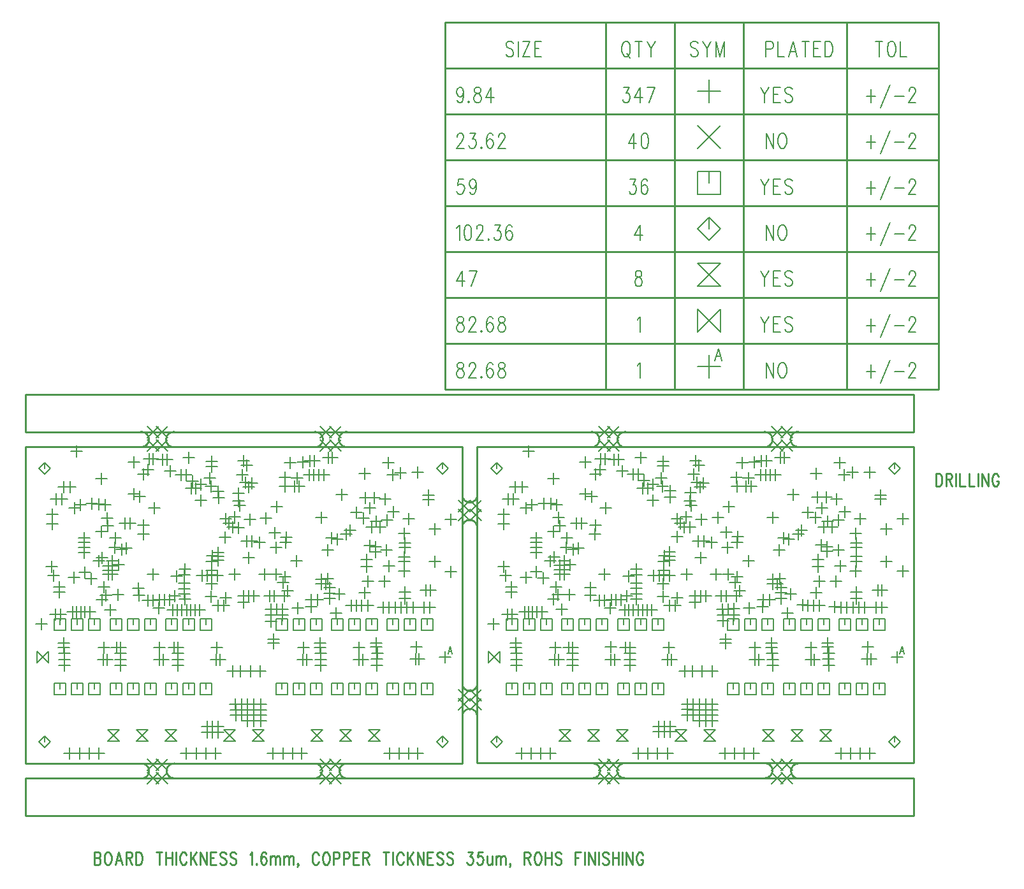
<source format=gbr>
*
%LPD*%
%LN2FOC-DR*%
%FSLAX24Y24*%
%MOIN*%
%SRX1Y1I0.0J0.0*%
%AD*%
%ADD13C,0.010000*%
%ADD20C,0.008000*%
G54D13*
G1X9289Y5443D2*
G1X9289Y4787D1*
G1X9289Y5443D2*
G1X9493Y5443D1*
G1X9561Y5412D1*
G1X9584Y5381D1*
G1X9607Y5318D1*
G1X9607Y5256D1*
G1X9584Y5193D1*
G1X9561Y5162D1*
G1X9493Y5131D1*
G1X9289Y5131D1*
G1X9493Y5131D2*
G1X9561Y5099D1*
G1X9584Y5068D1*
G1X9607Y5006D1*
G1X9607Y4912D1*
G1X9584Y4849D1*
G1X9561Y4818D1*
G1X9493Y4787D1*
G1X9289Y4787D1*
G1X9948Y5443D2*
G1X9902Y5412D1*
G1X9857Y5349D1*
G1X9834Y5287D1*
G1X9811Y5193D1*
G1X9811Y5037D1*
G1X9834Y4943D1*
G1X9857Y4881D1*
G1X9902Y4818D1*
G1X9948Y4787D1*
G1X10039Y4787D1*
G1X10084Y4818D1*
G1X10130Y4881D1*
G1X10152Y4943D1*
G1X10175Y5037D1*
G1X10175Y5193D1*
G1X10152Y5287D1*
G1X10130Y5349D1*
G1X10084Y5412D1*
G1X10039Y5443D1*
G1X9948Y5443D1*
G1X10561Y5443D2*
G1X10380Y4787D1*
G1X10561Y5443D2*
G1X10743Y4787D1*
G1X10448Y5006D2*
G1X10675Y5006D1*
G1X10948Y5443D2*
G1X10948Y4787D1*
G1X10948Y5443D2*
G1X11152Y5443D1*
G1X11221Y5412D1*
G1X11243Y5381D1*
G1X11266Y5318D1*
G1X11266Y5256D1*
G1X11243Y5193D1*
G1X11221Y5162D1*
G1X11152Y5131D1*
G1X10948Y5131D1*
G1X11107Y5131D2*
G1X11266Y4787D1*
G1X11471Y5443D2*
G1X11471Y4787D1*
G1X11471Y5443D2*
G1X11630Y5443D1*
G1X11698Y5412D1*
G1X11743Y5349D1*
G1X11766Y5287D1*
G1X11789Y5193D1*
G1X11789Y5037D1*
G1X11766Y4943D1*
G1X11743Y4881D1*
G1X11698Y4818D1*
G1X11630Y4787D1*
G1X11471Y4787D1*
G1X12675Y5443D2*
G1X12675Y4787D1*
G1X12516Y5443D2*
G1X12834Y5443D1*
G1X13039Y5443D2*
G1X13039Y4787D1*
G1X13357Y5443D2*
G1X13357Y4787D1*
G1X13039Y5131D2*
G1X13357Y5131D1*
G1X13561Y5443D2*
G1X13561Y4787D1*
G1X14107Y5287D2*
G1X14084Y5349D1*
G1X14039Y5412D1*
G1X13993Y5443D1*
G1X13902Y5443D1*
G1X13857Y5412D1*
G1X13811Y5349D1*
G1X13789Y5287D1*
G1X13766Y5193D1*
G1X13766Y5037D1*
G1X13789Y4943D1*
G1X13811Y4881D1*
G1X13857Y4818D1*
G1X13902Y4787D1*
G1X13993Y4787D1*
G1X14039Y4818D1*
G1X14084Y4881D1*
G1X14107Y4943D1*
G1X14311Y5443D2*
G1X14311Y4787D1*
G1X14630Y5443D2*
G1X14311Y5006D1*
G1X14425Y5162D2*
G1X14630Y4787D1*
G1X14834Y5443D2*
G1X14834Y4787D1*
G1X14834Y5443D2*
G1X15152Y4787D1*
G1X15152Y5443D1*
G1X15357Y5443D2*
G1X15357Y4787D1*
G1X15357Y5443D2*
G1X15652Y5443D1*
G1X15357Y5131D2*
G1X15539Y5131D1*
G1X15357Y4787D2*
G1X15652Y4787D1*
G1X16175Y5349D2*
G1X16130Y5412D1*
G1X16061Y5443D1*
G1X15971Y5443D1*
G1X15902Y5412D1*
G1X15857Y5349D1*
G1X15857Y5287D1*
G1X15880Y5224D1*
G1X15902Y5193D1*
G1X15948Y5162D1*
G1X16084Y5099D1*
G1X16130Y5068D1*
G1X16152Y5037D1*
G1X16175Y4974D1*
G1X16175Y4881D1*
G1X16130Y4818D1*
G1X16061Y4787D1*
G1X15971Y4787D1*
G1X15902Y4818D1*
G1X15857Y4881D1*
G1X16698Y5349D2*
G1X16652Y5412D1*
G1X16584Y5443D1*
G1X16493Y5443D1*
G1X16425Y5412D1*
G1X16380Y5349D1*
G1X16380Y5287D1*
G1X16402Y5224D1*
G1X16425Y5193D1*
G1X16471Y5162D1*
G1X16607Y5099D1*
G1X16652Y5068D1*
G1X16675Y5037D1*
G1X16698Y4974D1*
G1X16698Y4881D1*
G1X16652Y4818D1*
G1X16584Y4787D1*
G1X16493Y4787D1*
G1X16425Y4818D1*
G1X16380Y4881D1*
G1X17425Y5318D2*
G1X17471Y5349D1*
G1X17539Y5443D1*
G1X17539Y4787D1*
G1X17766Y4849D2*
G1X17743Y4818D1*
G1X17766Y4787D1*
G1X17789Y4818D1*
G1X17766Y4849D1*
G1X18266Y5349D2*
G1X18243Y5412D1*
G1X18175Y5443D1*
G1X18130Y5443D1*
G1X18061Y5412D1*
G1X18016Y5318D1*
G1X17993Y5162D1*
G1X17993Y5006D1*
G1X18016Y4881D1*
G1X18061Y4818D1*
G1X18130Y4787D1*
G1X18152Y4787D1*
G1X18221Y4818D1*
G1X18266Y4881D1*
G1X18289Y4974D1*
G1X18289Y5006D1*
G1X18266Y5099D1*
G1X18221Y5162D1*
G1X18152Y5193D1*
G1X18130Y5193D1*
G1X18061Y5162D1*
G1X18016Y5099D1*
G1X17993Y5006D1*
G1X18493Y5224D2*
G1X18493Y4787D1*
G1X18493Y5099D2*
G1X18561Y5193D1*
G1X18607Y5224D1*
G1X18675Y5224D1*
G1X18721Y5193D1*
G1X18743Y5099D1*
G1X18743Y4787D1*
G1X18743Y5099D2*
G1X18811Y5193D1*
G1X18857Y5224D1*
G1X18925Y5224D1*
G1X18971Y5193D1*
G1X18993Y5099D1*
G1X18993Y4787D1*
G1X19198Y5224D2*
G1X19198Y4787D1*
G1X19198Y5099D2*
G1X19266Y5193D1*
G1X19311Y5224D1*
G1X19380Y5224D1*
G1X19425Y5193D1*
G1X19448Y5099D1*
G1X19448Y4787D1*
G1X19448Y5099D2*
G1X19516Y5193D1*
G1X19561Y5224D1*
G1X19630Y5224D1*
G1X19675Y5193D1*
G1X19698Y5099D1*
G1X19698Y4787D1*
G1X19948Y4818D2*
G1X19925Y4787D1*
G1X19902Y4818D1*
G1X19925Y4849D1*
G1X19948Y4818D1*
G1X19948Y4756D1*
G1X19925Y4693D1*
G1X19902Y4662D1*
G1X21016Y5287D2*
G1X20993Y5349D1*
G1X20948Y5412D1*
G1X20902Y5443D1*
G1X20811Y5443D1*
G1X20766Y5412D1*
G1X20721Y5349D1*
G1X20698Y5287D1*
G1X20675Y5193D1*
G1X20675Y5037D1*
G1X20698Y4943D1*
G1X20721Y4881D1*
G1X20766Y4818D1*
G1X20811Y4787D1*
G1X20902Y4787D1*
G1X20948Y4818D1*
G1X20993Y4881D1*
G1X21016Y4943D1*
G1X21357Y5443D2*
G1X21311Y5412D1*
G1X21266Y5349D1*
G1X21243Y5287D1*
G1X21221Y5193D1*
G1X21221Y5037D1*
G1X21243Y4943D1*
G1X21266Y4881D1*
G1X21311Y4818D1*
G1X21357Y4787D1*
G1X21448Y4787D1*
G1X21493Y4818D1*
G1X21539Y4881D1*
G1X21561Y4943D1*
G1X21584Y5037D1*
G1X21584Y5193D1*
G1X21561Y5287D1*
G1X21539Y5349D1*
G1X21493Y5412D1*
G1X21448Y5443D1*
G1X21357Y5443D1*
G1X21789Y5443D2*
G1X21789Y4787D1*
G1X21789Y5443D2*
G1X21993Y5443D1*
G1X22061Y5412D1*
G1X22084Y5381D1*
G1X22107Y5318D1*
G1X22107Y5224D1*
G1X22084Y5162D1*
G1X22061Y5131D1*
G1X21993Y5099D1*
G1X21789Y5099D1*
G1X22311Y5443D2*
G1X22311Y4787D1*
G1X22311Y5443D2*
G1X22516Y5443D1*
G1X22584Y5412D1*
G1X22607Y5381D1*
G1X22630Y5318D1*
G1X22630Y5224D1*
G1X22607Y5162D1*
G1X22584Y5131D1*
G1X22516Y5099D1*
G1X22311Y5099D1*
G1X22834Y5443D2*
G1X22834Y4787D1*
G1X22834Y5443D2*
G1X23130Y5443D1*
G1X22834Y5131D2*
G1X23016Y5131D1*
G1X22834Y4787D2*
G1X23130Y4787D1*
G1X23334Y5443D2*
G1X23334Y4787D1*
G1X23334Y5443D2*
G1X23539Y5443D1*
G1X23607Y5412D1*
G1X23630Y5381D1*
G1X23652Y5318D1*
G1X23652Y5256D1*
G1X23630Y5193D1*
G1X23607Y5162D1*
G1X23539Y5131D1*
G1X23334Y5131D1*
G1X23493Y5131D2*
G1X23652Y4787D1*
G1X24539Y5443D2*
G1X24539Y4787D1*
G1X24380Y5443D2*
G1X24698Y5443D1*
G1X24902Y5443D2*
G1X24902Y4787D1*
G1X25448Y5287D2*
G1X25425Y5349D1*
G1X25380Y5412D1*
G1X25334Y5443D1*
G1X25243Y5443D1*
G1X25198Y5412D1*
G1X25152Y5349D1*
G1X25130Y5287D1*
G1X25107Y5193D1*
G1X25107Y5037D1*
G1X25130Y4943D1*
G1X25152Y4881D1*
G1X25198Y4818D1*
G1X25243Y4787D1*
G1X25334Y4787D1*
G1X25380Y4818D1*
G1X25425Y4881D1*
G1X25448Y4943D1*
G1X25652Y5443D2*
G1X25652Y4787D1*
G1X25971Y5443D2*
G1X25652Y5006D1*
G1X25766Y5162D2*
G1X25971Y4787D1*
G1X26175Y5443D2*
G1X26175Y4787D1*
G1X26175Y5443D2*
G1X26493Y4787D1*
G1X26493Y5443D1*
G1X26698Y5443D2*
G1X26698Y4787D1*
G1X26698Y5443D2*
G1X26993Y5443D1*
G1X26698Y5131D2*
G1X26880Y5131D1*
G1X26698Y4787D2*
G1X26993Y4787D1*
G1X27516Y5349D2*
G1X27471Y5412D1*
G1X27402Y5443D1*
G1X27311Y5443D1*
G1X27243Y5412D1*
G1X27198Y5349D1*
G1X27198Y5287D1*
G1X27221Y5224D1*
G1X27243Y5193D1*
G1X27289Y5162D1*
G1X27425Y5099D1*
G1X27471Y5068D1*
G1X27493Y5037D1*
G1X27516Y4974D1*
G1X27516Y4881D1*
G1X27471Y4818D1*
G1X27402Y4787D1*
G1X27311Y4787D1*
G1X27243Y4818D1*
G1X27198Y4881D1*
G1X28039Y5349D2*
G1X27993Y5412D1*
G1X27925Y5443D1*
G1X27834Y5443D1*
G1X27766Y5412D1*
G1X27721Y5349D1*
G1X27721Y5287D1*
G1X27743Y5224D1*
G1X27766Y5193D1*
G1X27811Y5162D1*
G1X27948Y5099D1*
G1X27993Y5068D1*
G1X28016Y5037D1*
G1X28039Y4974D1*
G1X28039Y4881D1*
G1X27993Y4818D1*
G1X27925Y4787D1*
G1X27834Y4787D1*
G1X27766Y4818D1*
G1X27721Y4881D1*
G1X28811Y5443D2*
G1X29061Y5443D1*
G1X28925Y5193D1*
G1X28993Y5193D1*
G1X29039Y5162D1*
G1X29061Y5131D1*
G1X29084Y5037D1*
G1X29084Y4974D1*
G1X29061Y4881D1*
G1X29016Y4818D1*
G1X28948Y4787D1*
G1X28880Y4787D1*
G1X28811Y4818D1*
G1X28789Y4849D1*
G1X28766Y4912D1*
G1X29584Y5443D2*
G1X29357Y5443D1*
G1X29334Y5162D1*
G1X29357Y5193D1*
G1X29425Y5224D1*
G1X29493Y5224D1*
G1X29561Y5193D1*
G1X29607Y5131D1*
G1X29630Y5037D1*
G1X29607Y4974D1*
G1X29584Y4881D1*
G1X29539Y4818D1*
G1X29471Y4787D1*
G1X29402Y4787D1*
G1X29334Y4818D1*
G1X29311Y4849D1*
G1X29289Y4912D1*
G1X29834Y5224D2*
G1X29834Y4912D1*
G1X29857Y4818D1*
G1X29902Y4787D1*
G1X29971Y4787D1*
G1X30016Y4818D1*
G1X30084Y4912D1*
G1X30084Y5224D2*
G1X30084Y4787D1*
G1X30289Y5224D2*
G1X30289Y4787D1*
G1X30289Y5099D2*
G1X30357Y5193D1*
G1X30402Y5224D1*
G1X30471Y5224D1*
G1X30516Y5193D1*
G1X30539Y5099D1*
G1X30539Y4787D1*
G1X30539Y5099D2*
G1X30607Y5193D1*
G1X30652Y5224D1*
G1X30721Y5224D1*
G1X30766Y5193D1*
G1X30789Y5099D1*
G1X30789Y4787D1*
G1X31039Y4818D2*
G1X31016Y4787D1*
G1X30993Y4818D1*
G1X31016Y4849D1*
G1X31039Y4818D1*
G1X31039Y4756D1*
G1X31016Y4693D1*
G1X30993Y4662D1*
G1X31766Y5443D2*
G1X31766Y4787D1*
G1X31766Y5443D2*
G1X31971Y5443D1*
G1X32039Y5412D1*
G1X32061Y5381D1*
G1X32084Y5318D1*
G1X32084Y5256D1*
G1X32061Y5193D1*
G1X32039Y5162D1*
G1X31971Y5131D1*
G1X31766Y5131D1*
G1X31925Y5131D2*
G1X32084Y4787D1*
G1X32425Y5443D2*
G1X32380Y5412D1*
G1X32334Y5349D1*
G1X32311Y5287D1*
G1X32289Y5193D1*
G1X32289Y5037D1*
G1X32311Y4943D1*
G1X32334Y4881D1*
G1X32380Y4818D1*
G1X32425Y4787D1*
G1X32516Y4787D1*
G1X32561Y4818D1*
G1X32607Y4881D1*
G1X32630Y4943D1*
G1X32652Y5037D1*
G1X32652Y5193D1*
G1X32630Y5287D1*
G1X32607Y5349D1*
G1X32561Y5412D1*
G1X32516Y5443D1*
G1X32425Y5443D1*
G1X32857Y5443D2*
G1X32857Y4787D1*
G1X33175Y5443D2*
G1X33175Y4787D1*
G1X32857Y5131D2*
G1X33175Y5131D1*
G1X33698Y5349D2*
G1X33652Y5412D1*
G1X33584Y5443D1*
G1X33493Y5443D1*
G1X33425Y5412D1*
G1X33380Y5349D1*
G1X33380Y5287D1*
G1X33402Y5224D1*
G1X33425Y5193D1*
G1X33471Y5162D1*
G1X33607Y5099D1*
G1X33652Y5068D1*
G1X33675Y5037D1*
G1X33698Y4974D1*
G1X33698Y4881D1*
G1X33652Y4818D1*
G1X33584Y4787D1*
G1X33493Y4787D1*
G1X33425Y4818D1*
G1X33380Y4881D1*
G1X34425Y5443D2*
G1X34425Y4787D1*
G1X34425Y5443D2*
G1X34721Y5443D1*
G1X34425Y5131D2*
G1X34607Y5131D1*
G1X34925Y5443D2*
G1X34925Y4787D1*
G1X35130Y5443D2*
G1X35130Y4787D1*
G1X35130Y5443D2*
G1X35448Y4787D1*
G1X35448Y5443D1*
G1X35652Y5443D2*
G1X35652Y4787D1*
G1X36175Y5349D2*
G1X36130Y5412D1*
G1X36061Y5443D1*
G1X35971Y5443D1*
G1X35902Y5412D1*
G1X35857Y5349D1*
G1X35857Y5287D1*
G1X35880Y5224D1*
G1X35902Y5193D1*
G1X35948Y5162D1*
G1X36084Y5099D1*
G1X36130Y5068D1*
G1X36152Y5037D1*
G1X36175Y4974D1*
G1X36175Y4881D1*
G1X36130Y4818D1*
G1X36061Y4787D1*
G1X35971Y4787D1*
G1X35902Y4818D1*
G1X35857Y4881D1*
G1X36380Y5443D2*
G1X36380Y4787D1*
G1X36698Y5443D2*
G1X36698Y4787D1*
G1X36380Y5131D2*
G1X36698Y5131D1*
G1X36902Y5443D2*
G1X36902Y4787D1*
G1X37107Y5443D2*
G1X37107Y4787D1*
G1X37107Y5443D2*
G1X37425Y4787D1*
G1X37425Y5443D1*
G1X37971Y5287D2*
G1X37948Y5349D1*
G1X37902Y5412D1*
G1X37857Y5443D1*
G1X37766Y5443D1*
G1X37721Y5412D1*
G1X37675Y5349D1*
G1X37652Y5287D1*
G1X37630Y5193D1*
G1X37630Y5037D1*
G1X37652Y4943D1*
G1X37675Y4881D1*
G1X37721Y4818D1*
G1X37766Y4787D1*
G1X37857Y4787D1*
G1X37902Y4818D1*
G1X37948Y4881D1*
G1X37971Y4943D1*
G1X37971Y5037D1*
G1X37857Y5037D1*
G1X5689Y10087D2*
G1X28523Y10087D1*
G1X28523Y26622D1*
G1X5689Y26622D1*
G1X5689Y10087D1*
G1X11729Y26620D2*
G75*
G3X11730Y27420I17J400D1*
G74*
G1X13453Y27415D2*
G75*
G3X13452Y26615I-17J-400D1*
G74*
G1X20824Y26616D2*
G75*
G3X20825Y27416I17J400D1*
G74*
G1X22490Y27422D2*
G75*
G3X22489Y26622I-17J-400D1*
G74*
G1X11751Y9287D2*
G75*
G3X11752Y10064I16J388D1*
G74*
G1X13473Y10075D2*
G75*
G3X13472Y9296I-16J-390D1*
G74*
G1X20797Y9292D2*
G75*
G3X20797Y10068I15J388D1*
G74*
G1X22505Y10071D2*
G75*
G3X22504Y9292I-16J-390D1*
G74*
G1X29305Y12527D2*
G75*
G3X28529Y12528I-388J16D1*
G74*
G1X28530Y14263D2*
G75*
G3X29309Y14262I390J-16D1*
G74*
G1X5682Y29383D2*
G1X52139Y29383D1*
G1X52139Y27415D1*
G1X5682Y27415D1*
G1X5682Y29383D1*
G1X29304Y10092D2*
G1X52139Y10092D1*
G1X52139Y26627D1*
G1X29304Y26627D1*
G1X29304Y10092D1*
G1X5682Y9304D2*
G1X52139Y9304D1*
G1X52139Y7336D1*
G1X5682Y7336D1*
G1X5682Y9304D1*
G1X29304Y22409D2*
G75*
G3X28528Y22410I-388J16D1*
G74*
G1X28530Y24125D2*
G75*
G3X29309Y24124I390J-16D1*
G74*
G1X37050Y27414D2*
G75*
G3X37049Y26614I-17J-400D1*
G74*
G1X35278Y26617D2*
G75*
G3X35279Y27417I17J400D1*
G74*
G1X44328Y26617D2*
G75*
G3X44329Y27417I17J400D1*
G74*
G1X46098Y27426D2*
G75*
G3X46097Y26626I-17J-400D1*
G74*
G1X46114Y10066D2*
G75*
G3X46114Y9287I-16J-390D1*
G74*
G1X44341Y9311D2*
G75*
G3X44341Y10087I16J388D1*
G74*
G1X37019Y10085D2*
G75*
G3X37018Y9306I-16J-390D1*
G74*
G1X35329Y9303D2*
G75*
G3X35330Y10080I16J388D1*
G74*
G1X27638Y48848D2*
G1X53438Y48848D1*
G1X27638Y46448D2*
G1X53438Y46448D1*
G1X27638Y44048D2*
G1X53438Y44048D1*
G1X27638Y41648D2*
G1X53438Y41648D1*
G1X27638Y39248D2*
G1X53438Y39248D1*
G1X27638Y36848D2*
G1X53438Y36848D1*
G1X27638Y34448D2*
G1X53438Y34448D1*
G1X27638Y32048D2*
G1X53438Y32048D1*
G1X27638Y29648D2*
G1X53438Y29648D1*
G1X27638Y48848D2*
G1X27638Y29648D1*
G1X36038Y48848D2*
G1X36038Y29648D1*
G1X39638Y48848D2*
G1X39638Y29648D1*
G1X43238Y48848D2*
G1X43238Y29648D1*
G1X48638Y48848D2*
G1X48638Y29648D1*
G1X53438Y48848D2*
G1X53438Y29648D1*
G1X6706Y10904D2*
G54D20*
G1X7006Y11204D1*
G1X6706Y11504D1*
G1X6406Y11204D1*
G1X6706Y10904D1*
G1X6706Y11204D2*
G1X6706Y11504D1*
G1X27506Y10904D2*
G1X27806Y11204D1*
G1X27506Y11504D1*
G1X27206Y11204D1*
G1X27506Y10904D1*
G1X27506Y11204D2*
G1X27506Y11504D1*
G1X6275Y15348D2*
G1X6875Y15948D1*
G1X6875Y15348D1*
G1X6275Y15948D1*
G1X6275Y15348D1*
G1X27338Y15648D2*
G1X27938Y15648D1*
G1X27638Y15348D2*
G1X27638Y15948D1*
G1X27897Y16192D2*
G1X27788Y15798D1*
G1X27897Y16192D2*
G1X28006Y15798D1*
G1X27828Y15929D2*
G1X27965Y15929D1*
G1X7205Y13655D2*
G1X7805Y13655D1*
G1X7805Y14255D1*
G1X7205Y14255D1*
G1X7205Y13655D1*
G1X7505Y13955D2*
G1X7505Y14255D1*
G1X8105Y13655D2*
G1X8705Y13655D1*
G1X8705Y14255D1*
G1X8105Y14255D1*
G1X8105Y13655D1*
G1X8405Y13955D2*
G1X8405Y14255D1*
G1X9005Y13655D2*
G1X9605Y13655D1*
G1X9605Y14255D1*
G1X9005Y14255D1*
G1X9005Y13655D1*
G1X9305Y13955D2*
G1X9305Y14255D1*
G1X20580Y17041D2*
G1X21180Y17041D1*
G1X21180Y17641D1*
G1X20580Y17641D1*
G1X20580Y17041D1*
G1X20880Y17341D2*
G1X20880Y17641D1*
G1X19680Y17041D2*
G1X20280Y17041D1*
G1X20280Y17641D1*
G1X19680Y17641D1*
G1X19680Y17041D1*
G1X19980Y17341D2*
G1X19980Y17641D1*
G1X18780Y17041D2*
G1X19380Y17041D1*
G1X19380Y17641D1*
G1X18780Y17641D1*
G1X18780Y17041D1*
G1X19080Y17341D2*
G1X19080Y17641D1*
G1X23493Y17041D2*
G1X24093Y17041D1*
G1X24093Y17641D1*
G1X23493Y17641D1*
G1X23493Y17041D1*
G1X23793Y17341D2*
G1X23793Y17641D1*
G1X22593Y17041D2*
G1X23193Y17041D1*
G1X23193Y17641D1*
G1X22593Y17641D1*
G1X22593Y17041D1*
G1X22893Y17341D2*
G1X22893Y17641D1*
G1X21693Y17041D2*
G1X22293Y17041D1*
G1X22293Y17641D1*
G1X21693Y17641D1*
G1X21693Y17041D1*
G1X21993Y17341D2*
G1X21993Y17641D1*
G1X26407Y17041D2*
G1X27007Y17041D1*
G1X27007Y17641D1*
G1X26407Y17641D1*
G1X26407Y17041D1*
G1X26707Y17341D2*
G1X26707Y17641D1*
G1X25507Y17041D2*
G1X26107Y17041D1*
G1X26107Y17641D1*
G1X25507Y17641D1*
G1X25507Y17041D1*
G1X25807Y17341D2*
G1X25807Y17641D1*
G1X24607Y17041D2*
G1X25207Y17041D1*
G1X25207Y17641D1*
G1X24607Y17641D1*
G1X24607Y17041D1*
G1X24907Y17341D2*
G1X24907Y17641D1*
G1X10119Y13655D2*
G1X10719Y13655D1*
G1X10719Y14255D1*
G1X10119Y14255D1*
G1X10119Y13655D1*
G1X10419Y13955D2*
G1X10419Y14255D1*
G1X11019Y13655D2*
G1X11619Y13655D1*
G1X11619Y14255D1*
G1X11019Y14255D1*
G1X11019Y13655D1*
G1X11319Y13955D2*
G1X11319Y14255D1*
G1X11919Y13655D2*
G1X12519Y13655D1*
G1X12519Y14255D1*
G1X11919Y14255D1*
G1X11919Y13655D1*
G1X12219Y13955D2*
G1X12219Y14255D1*
G1X13032Y13655D2*
G1X13632Y13655D1*
G1X13632Y14255D1*
G1X13032Y14255D1*
G1X13032Y13655D1*
G1X13332Y13955D2*
G1X13332Y14255D1*
G1X13932Y13655D2*
G1X14532Y13655D1*
G1X14532Y14255D1*
G1X13932Y14255D1*
G1X13932Y13655D1*
G1X14232Y13955D2*
G1X14232Y14255D1*
G1X14832Y13655D2*
G1X15432Y13655D1*
G1X15432Y14255D1*
G1X14832Y14255D1*
G1X14832Y13655D1*
G1X15132Y13955D2*
G1X15132Y14255D1*
G1X9005Y17041D2*
G1X9605Y17041D1*
G1X9605Y17641D1*
G1X9005Y17641D1*
G1X9005Y17041D1*
G1X9305Y17341D2*
G1X9305Y17641D1*
G1X8105Y17041D2*
G1X8705Y17041D1*
G1X8705Y17641D1*
G1X8105Y17641D1*
G1X8105Y17041D1*
G1X8405Y17341D2*
G1X8405Y17641D1*
G1X7205Y17041D2*
G1X7805Y17041D1*
G1X7805Y17641D1*
G1X7205Y17641D1*
G1X7205Y17041D1*
G1X7505Y17341D2*
G1X7505Y17641D1*
G1X11919Y17041D2*
G1X12519Y17041D1*
G1X12519Y17641D1*
G1X11919Y17641D1*
G1X11919Y17041D1*
G1X12219Y17341D2*
G1X12219Y17641D1*
G1X11019Y17041D2*
G1X11619Y17041D1*
G1X11619Y17641D1*
G1X11019Y17641D1*
G1X11019Y17041D1*
G1X11319Y17341D2*
G1X11319Y17641D1*
G1X10119Y17041D2*
G1X10719Y17041D1*
G1X10719Y17641D1*
G1X10119Y17641D1*
G1X10119Y17041D1*
G1X10419Y17341D2*
G1X10419Y17641D1*
G1X14832Y17041D2*
G1X15432Y17041D1*
G1X15432Y17641D1*
G1X14832Y17641D1*
G1X14832Y17041D1*
G1X15132Y17341D2*
G1X15132Y17641D1*
G1X13932Y17041D2*
G1X14532Y17041D1*
G1X14532Y17641D1*
G1X13932Y17641D1*
G1X13932Y17041D1*
G1X14232Y17341D2*
G1X14232Y17641D1*
G1X13032Y17041D2*
G1X13632Y17041D1*
G1X13632Y17641D1*
G1X13032Y17641D1*
G1X13032Y17041D1*
G1X13332Y17341D2*
G1X13332Y17641D1*
G1X18780Y13655D2*
G1X19380Y13655D1*
G1X19380Y14255D1*
G1X18780Y14255D1*
G1X18780Y13655D1*
G1X19080Y13955D2*
G1X19080Y14255D1*
G1X19680Y13655D2*
G1X20280Y13655D1*
G1X20280Y14255D1*
G1X19680Y14255D1*
G1X19680Y13655D1*
G1X19980Y13955D2*
G1X19980Y14255D1*
G1X20580Y13655D2*
G1X21180Y13655D1*
G1X21180Y14255D1*
G1X20580Y14255D1*
G1X20580Y13655D1*
G1X20880Y13955D2*
G1X20880Y14255D1*
G1X21693Y13655D2*
G1X22293Y13655D1*
G1X22293Y14255D1*
G1X21693Y14255D1*
G1X21693Y13655D1*
G1X21993Y13955D2*
G1X21993Y14255D1*
G1X22593Y13655D2*
G1X23193Y13655D1*
G1X23193Y14255D1*
G1X22593Y14255D1*
G1X22593Y13655D1*
G1X22893Y13955D2*
G1X22893Y14255D1*
G1X23493Y13655D2*
G1X24093Y13655D1*
G1X24093Y14255D1*
G1X23493Y14255D1*
G1X23493Y13655D1*
G1X23793Y13955D2*
G1X23793Y14255D1*
G1X24607Y13655D2*
G1X25207Y13655D1*
G1X25207Y14255D1*
G1X24607Y14255D1*
G1X24607Y13655D1*
G1X24907Y13955D2*
G1X24907Y14255D1*
G1X25507Y13655D2*
G1X26107Y13655D1*
G1X26107Y14255D1*
G1X25507Y14255D1*
G1X25507Y13655D1*
G1X25807Y13955D2*
G1X25807Y14255D1*
G1X26407Y13655D2*
G1X27007Y13655D1*
G1X27007Y14255D1*
G1X26407Y14255D1*
G1X26407Y13655D1*
G1X26707Y13955D2*
G1X26707Y14255D1*
G1X6706Y25204D2*
G1X7006Y25504D1*
G1X6706Y25804D1*
G1X6406Y25504D1*
G1X6706Y25204D1*
G1X6706Y25504D2*
G1X6706Y25804D1*
G1X27506Y25204D2*
G1X27806Y25504D1*
G1X27506Y25804D1*
G1X27206Y25504D1*
G1X27506Y25204D1*
G1X27506Y25504D2*
G1X27506Y25804D1*
G1X12048Y26411D2*
G1X12648Y27011D1*
G1X12048Y27011D2*
G1X12648Y26411D1*
G1X12048Y9699D2*
G1X12648Y10299D1*
G1X12048Y10299D2*
G1X12648Y9699D1*
G1X12048Y9008D2*
G1X12648Y9608D1*
G1X12048Y9608D2*
G1X12648Y9008D1*
G1X12521Y9008D2*
G1X13121Y9608D1*
G1X12521Y9608D2*
G1X13121Y9008D1*
G1X21576Y9699D2*
G1X22176Y10299D1*
G1X21576Y10299D2*
G1X22176Y9699D1*
G1X21103Y9699D2*
G1X21703Y10299D1*
G1X21103Y10299D2*
G1X21703Y9699D1*
G1X21103Y9008D2*
G1X21703Y9608D1*
G1X21103Y9608D2*
G1X21703Y9008D1*
G1X21576Y9008D2*
G1X22176Y9608D1*
G1X21576Y9608D2*
G1X22176Y9008D1*
G1X28322Y12857D2*
G1X28922Y13457D1*
G1X28322Y13457D2*
G1X28922Y12857D1*
G1X28322Y13329D2*
G1X28922Y13929D1*
G1X28322Y13929D2*
G1X28922Y13329D1*
G1X28912Y12857D2*
G1X29512Y13457D1*
G1X28912Y13457D2*
G1X29512Y12857D1*
G1X12521Y27119D2*
G1X13121Y27719D1*
G1X12521Y27719D2*
G1X13121Y27119D1*
G1X28912Y13329D2*
G1X29512Y13929D1*
G1X28912Y13929D2*
G1X29512Y13329D1*
G1X28322Y22757D2*
G1X28922Y23357D1*
G1X28322Y23357D2*
G1X28922Y22757D1*
G1X28322Y23229D2*
G1X28922Y23829D1*
G1X28322Y23829D2*
G1X28922Y23229D1*
G1X28912Y22757D2*
G1X29512Y23357D1*
G1X28912Y23357D2*
G1X29512Y22757D1*
G1X28912Y23229D2*
G1X29512Y23829D1*
G1X28912Y23829D2*
G1X29512Y23229D1*
G1X35648Y27119D2*
G1X36248Y27719D1*
G1X35648Y27719D2*
G1X36248Y27119D1*
G1X36121Y27119D2*
G1X36721Y27719D1*
G1X36121Y27719D2*
G1X36721Y27119D1*
G1X35648Y26411D2*
G1X36248Y27011D1*
G1X35648Y27011D2*
G1X36248Y26411D1*
G1X36121Y26411D2*
G1X36721Y27011D1*
G1X36121Y27011D2*
G1X36721Y26411D1*
G1X44703Y27119D2*
G1X45303Y27719D1*
G1X44703Y27719D2*
G1X45303Y27119D1*
G1X12048Y27119D2*
G1X12648Y27719D1*
G1X12048Y27719D2*
G1X12648Y27119D1*
G1X45176Y27119D2*
G1X45776Y27719D1*
G1X45176Y27719D2*
G1X45776Y27119D1*
G1X44703Y26411D2*
G1X45303Y27011D1*
G1X44703Y27011D2*
G1X45303Y26411D1*
G1X45176Y26411D2*
G1X45776Y27011D1*
G1X45176Y27011D2*
G1X45776Y26411D1*
G1X35648Y9699D2*
G1X36248Y10299D1*
G1X35648Y10299D2*
G1X36248Y9699D1*
G1X36121Y9699D2*
G1X36721Y10299D1*
G1X36121Y10299D2*
G1X36721Y9699D1*
G1X36121Y9008D2*
G1X36721Y9608D1*
G1X36121Y9608D2*
G1X36721Y9008D1*
G1X35648Y9008D2*
G1X36248Y9608D1*
G1X35648Y9608D2*
G1X36248Y9008D1*
G1X44703Y9699D2*
G1X45303Y10299D1*
G1X44703Y10299D2*
G1X45303Y9699D1*
G1X45176Y9699D2*
G1X45776Y10299D1*
G1X45176Y10299D2*
G1X45776Y9699D1*
G1X44703Y9008D2*
G1X45303Y9608D1*
G1X44703Y9608D2*
G1X45303Y9008D1*
G1X12521Y26411D2*
G1X13121Y27011D1*
G1X12521Y27011D2*
G1X13121Y26411D1*
G1X45176Y9008D2*
G1X45776Y9608D1*
G1X45176Y9608D2*
G1X45776Y9008D1*
G1X21576Y27119D2*
G1X22176Y27719D1*
G1X21576Y27719D2*
G1X22176Y27119D1*
G1X21103Y27119D2*
G1X21703Y27719D1*
G1X21103Y27719D2*
G1X21703Y27119D1*
G1X21103Y26411D2*
G1X21703Y27011D1*
G1X21103Y27011D2*
G1X21703Y26411D1*
G1X21576Y26411D2*
G1X22176Y27011D1*
G1X21576Y27011D2*
G1X22176Y26411D1*
G1X12521Y9699D2*
G1X13121Y10299D1*
G1X12521Y10299D2*
G1X13121Y9699D1*
G1X16056Y11243D2*
G1X16656Y11243D1*
G1X16056Y11843D1*
G1X16656Y11843D1*
G1X16056Y11243D1*
G1X17556Y11243D2*
G1X18156Y11243D1*
G1X17556Y11843D1*
G1X18156Y11843D1*
G1X17556Y11243D1*
G1X9991Y11243D2*
G1X10591Y11243D1*
G1X9991Y11843D1*
G1X10591Y11843D1*
G1X9991Y11243D1*
G1X11491Y11243D2*
G1X12091Y11243D1*
G1X11491Y11843D1*
G1X12091Y11843D1*
G1X11491Y11243D1*
G1X12991Y11243D2*
G1X13591Y11243D1*
G1X12991Y11843D1*
G1X13591Y11843D1*
G1X12991Y11243D1*
G1X20621Y11243D2*
G1X21221Y11243D1*
G1X20621Y11843D1*
G1X21221Y11843D1*
G1X20621Y11243D1*
G1X22121Y11243D2*
G1X22721Y11243D1*
G1X22121Y11843D1*
G1X22721Y11843D1*
G1X22121Y11243D1*
G1X23621Y11243D2*
G1X24221Y11243D1*
G1X23621Y11843D1*
G1X24221Y11843D1*
G1X23621Y11243D1*
G1X8212Y10599D2*
G1X8812Y10599D1*
G1X8512Y10299D2*
G1X8512Y10899D1*
G1X8712Y10599D2*
G1X9312Y10599D1*
G1X9012Y10299D2*
G1X9012Y10899D1*
G1X7696Y10599D2*
G1X8296Y10599D1*
G1X7996Y10299D2*
G1X7996Y10899D1*
G1X9219Y10599D2*
G1X9819Y10599D1*
G1X9519Y10299D2*
G1X9519Y10899D1*
G1X14314Y10599D2*
G1X14914Y10599D1*
G1X14614Y10299D2*
G1X14614Y10899D1*
G1X14810Y10599D2*
G1X15410Y10599D1*
G1X15110Y10299D2*
G1X15110Y10899D1*
G1X13806Y10599D2*
G1X14406Y10599D1*
G1X14106Y10299D2*
G1X14106Y10899D1*
G1X18841Y10599D2*
G1X19441Y10599D1*
G1X19141Y10299D2*
G1X19141Y10899D1*
G1X18338Y10599D2*
G1X18938Y10599D1*
G1X18638Y10299D2*
G1X18638Y10899D1*
G1X15326Y10599D2*
G1X15926Y10599D1*
G1X15626Y10299D2*
G1X15626Y10899D1*
G1X19357Y10599D2*
G1X19957Y10599D1*
G1X19657Y10299D2*
G1X19657Y10899D1*
G1X19838Y10599D2*
G1X20438Y10599D1*
G1X20138Y10299D2*
G1X20138Y10899D1*
G1X24908Y10599D2*
G1X25508Y10599D1*
G1X25208Y10299D2*
G1X25208Y10899D1*
G1X25408Y10599D2*
G1X26008Y10599D1*
G1X25708Y10299D2*
G1X25708Y10899D1*
G1X24416Y10599D2*
G1X25016Y10599D1*
G1X24716Y10299D2*
G1X24716Y10899D1*
G1X25904Y10599D2*
G1X26504Y10599D1*
G1X26204Y10299D2*
G1X26204Y10899D1*
G1X15172Y12016D2*
G1X15772Y12016D1*
G1X15472Y11716D2*
G1X15472Y12316D1*
G1X14877Y12016D2*
G1X15477Y12016D1*
G1X15177Y11716D2*
G1X15177Y12316D1*
G1X14877Y11721D2*
G1X15477Y11721D1*
G1X15177Y11421D2*
G1X15177Y12021D1*
G1X15172Y11721D2*
G1X15772Y11721D1*
G1X15472Y11421D2*
G1X15472Y12021D1*
G1X17145Y14906D2*
G1X17745Y14906D1*
G1X17445Y14606D2*
G1X17445Y15206D1*
G1X16637Y14902D2*
G1X17237Y14902D1*
G1X16937Y14602D2*
G1X16937Y15202D1*
G1X17668Y14906D2*
G1X18268Y14906D1*
G1X17968Y14606D2*
G1X17968Y15206D1*
G1X16231Y14898D2*
G1X16831Y14898D1*
G1X16531Y14598D2*
G1X16531Y15198D1*
G1X15467Y12016D2*
G1X16067Y12016D1*
G1X15767Y11716D2*
G1X15767Y12316D1*
G1X15467Y11721D2*
G1X16067Y11721D1*
G1X15767Y11421D2*
G1X15767Y12021D1*
G1X17692Y13158D2*
G1X18292Y13158D1*
G1X17992Y12858D2*
G1X17992Y13458D1*
G1X16373Y13158D2*
G1X16973Y13158D1*
G1X16673Y12858D2*
G1X16673Y13458D1*
G1X17003Y12882D2*
G1X17603Y12882D1*
G1X17303Y12582D2*
G1X17303Y13182D1*
G1X17338Y12606D2*
G1X17938Y12606D1*
G1X17638Y12306D2*
G1X17638Y12906D1*
G1X16686Y13156D2*
G1X17286Y13156D1*
G1X16986Y12856D2*
G1X16986Y13456D1*
G1X16688Y12606D2*
G1X17288Y12606D1*
G1X16988Y12306D2*
G1X16988Y12906D1*
G1X16375Y12608D2*
G1X16975Y12608D1*
G1X16675Y12308D2*
G1X16675Y12908D1*
G1X16375Y12884D2*
G1X16975Y12884D1*
G1X16675Y12584D2*
G1X16675Y13184D1*
G1X17338Y12882D2*
G1X17938Y12882D1*
G1X17638Y12582D2*
G1X17638Y13182D1*
G1X17003Y12606D2*
G1X17603Y12606D1*
G1X17303Y12306D2*
G1X17303Y12906D1*
G1X17335Y13156D2*
G1X17935Y13156D1*
G1X17635Y12856D2*
G1X17635Y13456D1*
G1X16688Y12882D2*
G1X17288Y12882D1*
G1X16988Y12582D2*
G1X16988Y13182D1*
G1X17692Y12882D2*
G1X18292Y12882D1*
G1X17992Y12582D2*
G1X17992Y13182D1*
G1X17692Y12311D2*
G1X18292Y12311D1*
G1X17992Y12011D2*
G1X17992Y12611D1*
G1X17338Y12299D2*
G1X17938Y12299D1*
G1X17638Y11999D2*
G1X17638Y12599D1*
G1X17692Y12606D2*
G1X18292Y12606D1*
G1X17992Y12306D2*
G1X17992Y12906D1*
G1X17003Y12295D2*
G1X17603Y12295D1*
G1X17303Y11995D2*
G1X17303Y12595D1*
G1X17000Y13156D2*
G1X17600Y13156D1*
G1X17300Y12856D2*
G1X17300Y13456D1*
G1X6235Y17380D2*
G1X6835Y17380D1*
G1X6535Y17080D2*
G1X6535Y17680D1*
G1X6963Y17862D2*
G1X7563Y17862D1*
G1X7263Y17562D2*
G1X7263Y18162D1*
G1X7219Y17862D2*
G1X7819Y17862D1*
G1X7519Y17562D2*
G1X7519Y18162D1*
G1X10369Y15201D2*
G1X10969Y15201D1*
G1X10669Y14901D2*
G1X10669Y15501D1*
G1X10369Y15516D2*
G1X10969Y15516D1*
G1X10669Y15216D2*
G1X10669Y15816D1*
G1X7426Y15506D2*
G1X8026Y15506D1*
G1X7726Y15206D2*
G1X7726Y15806D1*
G1X7426Y15206D2*
G1X8026Y15206D1*
G1X7726Y14906D2*
G1X7726Y15506D1*
G1X9601Y18886D2*
G1X10201Y18886D1*
G1X9901Y18586D2*
G1X9901Y19186D1*
G1X10172Y16146D2*
G1X10772Y16146D1*
G1X10472Y15846D2*
G1X10472Y16446D1*
G1X10369Y16146D2*
G1X10969Y16146D1*
G1X10669Y15846D2*
G1X10669Y16446D1*
G1X9641Y15516D2*
G1X10241Y15516D1*
G1X9941Y15216D2*
G1X9941Y15816D1*
G1X9444Y15516D2*
G1X10044Y15516D1*
G1X9744Y15216D2*
G1X9744Y15816D1*
G1X7397Y16362D2*
G1X7997Y16362D1*
G1X7697Y16062D2*
G1X7697Y16662D1*
G1X7397Y16146D2*
G1X7997Y16146D1*
G1X7697Y15846D2*
G1X7697Y16446D1*
G1X9385Y18650D2*
G1X9985Y18650D1*
G1X9685Y18350D2*
G1X9685Y18950D1*
G1X9483Y16146D2*
G1X10083Y16146D1*
G1X9783Y15846D2*
G1X9783Y16446D1*
G1X7861Y17992D2*
G1X8461Y17992D1*
G1X8161Y17692D2*
G1X8161Y18292D1*
G1X8062Y17988D2*
G1X8662Y17988D1*
G1X8362Y17688D2*
G1X8362Y18288D1*
G1X8286Y17988D2*
G1X8886Y17988D1*
G1X8586Y17688D2*
G1X8586Y18288D1*
G1X8499Y17988D2*
G1X9099Y17988D1*
G1X8799Y17688D2*
G1X8799Y18288D1*
G1X8759Y17992D2*
G1X9359Y17992D1*
G1X9059Y17692D2*
G1X9059Y18292D1*
G1X9818Y18118D2*
G1X10418Y18118D1*
G1X10118Y17818D2*
G1X10118Y18418D1*
G1X10212Y18896D2*
G1X10812Y18896D1*
G1X10512Y18596D2*
G1X10512Y19196D1*
G1X10369Y15831D2*
G1X10969Y15831D1*
G1X10669Y15531D2*
G1X10669Y16131D1*
G1X7436Y15831D2*
G1X8036Y15831D1*
G1X7736Y15531D2*
G1X7736Y16131D1*
G1X12916Y18630D2*
G1X13516Y18630D1*
G1X13216Y18330D2*
G1X13216Y18930D1*
G1X12652Y18626D2*
G1X13252Y18626D1*
G1X12952Y18326D2*
G1X12952Y18926D1*
G1X11782Y18595D2*
G1X12382Y18595D1*
G1X12082Y18295D2*
G1X12082Y18895D1*
G1X12393Y18626D2*
G1X12993Y18626D1*
G1X12693Y18326D2*
G1X12693Y18926D1*
G1X12042Y18610D2*
G1X12642Y18610D1*
G1X12342Y18310D2*
G1X12342Y18910D1*
G1X13361Y15201D2*
G1X13961Y15201D1*
G1X13661Y14901D2*
G1X13661Y15501D1*
G1X13361Y15516D2*
G1X13961Y15516D1*
G1X13661Y15216D2*
G1X13661Y15816D1*
G1X13145Y16146D2*
G1X13745Y16146D1*
G1X13445Y15846D2*
G1X13445Y16446D1*
G1X13361Y16146D2*
G1X13961Y16146D1*
G1X13661Y15846D2*
G1X13661Y16446D1*
G1X12381Y15512D2*
G1X12981Y15512D1*
G1X12681Y15212D2*
G1X12681Y15812D1*
G1X12574Y15516D2*
G1X13174Y15516D1*
G1X12874Y15216D2*
G1X12874Y15816D1*
G1X13204Y18827D2*
G1X13804Y18827D1*
G1X13504Y18527D2*
G1X13504Y19127D1*
G1X15093Y18807D2*
G1X15693Y18807D1*
G1X15393Y18507D2*
G1X15393Y19107D1*
G1X13712Y18669D2*
G1X14312Y18669D1*
G1X14012Y18369D2*
G1X14012Y18969D1*
G1X13696Y18925D2*
G1X14296Y18925D1*
G1X13996Y18625D2*
G1X13996Y19225D1*
G1X12385Y16150D2*
G1X12985Y16150D1*
G1X12685Y15850D2*
G1X12685Y16450D1*
G1X14503Y18099D2*
G1X15103Y18099D1*
G1X14803Y17799D2*
G1X14803Y18399D1*
G1X14267Y18099D2*
G1X14867Y18099D1*
G1X14567Y17799D2*
G1X14567Y18399D1*
G1X14030Y18099D2*
G1X14630Y18099D1*
G1X14330Y17799D2*
G1X14330Y18399D1*
G1X13814Y18099D2*
G1X14414Y18099D1*
G1X14114Y17799D2*
G1X14114Y18399D1*
G1X13558Y18099D2*
G1X14158Y18099D1*
G1X13858Y17799D2*
G1X13858Y18399D1*
G1X13322Y18099D2*
G1X13922Y18099D1*
G1X13622Y17799D2*
G1X13622Y18399D1*
G1X12357Y18193D2*
G1X12957Y18193D1*
G1X12657Y17893D2*
G1X12657Y18493D1*
G1X13105Y18099D2*
G1X13705Y18099D1*
G1X13405Y17799D2*
G1X13405Y18399D1*
G1X11310Y18858D2*
G1X11910Y18858D1*
G1X11610Y18558D2*
G1X11610Y19158D1*
G1X13361Y15831D2*
G1X13961Y15831D1*
G1X13661Y15531D2*
G1X13661Y16131D1*
G1X18227Y17520D2*
G1X18827Y17520D1*
G1X18527Y17220D2*
G1X18527Y17820D1*
G1X18227Y17835D2*
G1X18827Y17835D1*
G1X18527Y17535D2*
G1X18527Y18135D1*
G1X18223Y18146D2*
G1X18823Y18146D1*
G1X18523Y17846D2*
G1X18523Y18446D1*
G1X18515Y18146D2*
G1X19115Y18146D1*
G1X18815Y17846D2*
G1X18815Y18446D1*
G1X18822Y18154D2*
G1X19422Y18154D1*
G1X19122Y17854D2*
G1X19122Y18454D1*
G1X15743Y18335D2*
G1X16343Y18335D1*
G1X16043Y18035D2*
G1X16043Y18635D1*
G1X15448Y18335D2*
G1X16048Y18335D1*
G1X15748Y18035D2*
G1X15748Y18635D1*
G1X18369Y16362D2*
G1X18969Y16362D1*
G1X18669Y16062D2*
G1X18669Y16662D1*
G1X18369Y16579D2*
G1X18969Y16579D1*
G1X18669Y16279D2*
G1X18669Y16879D1*
G1X15546Y15516D2*
G1X16146Y15516D1*
G1X15846Y15216D2*
G1X15846Y15816D1*
G1X15349Y15516D2*
G1X15949Y15516D1*
G1X15649Y15216D2*
G1X15649Y15816D1*
G1X18932Y18827D2*
G1X19532Y18827D1*
G1X19232Y18527D2*
G1X19232Y19127D1*
G1X17062Y18827D2*
G1X17662Y18827D1*
G1X17362Y18527D2*
G1X17362Y19127D1*
G1X16786Y18827D2*
G1X17386Y18827D1*
G1X17086Y18527D2*
G1X17086Y19127D1*
G1X16786Y18492D2*
G1X17386Y18492D1*
G1X17086Y18192D2*
G1X17086Y18792D1*
G1X18145Y18827D2*
G1X18745Y18827D1*
G1X18445Y18527D2*
G1X18445Y19127D1*
G1X18400Y18827D2*
G1X19000Y18827D1*
G1X18700Y18527D2*
G1X18700Y19127D1*
G1X17338Y18827D2*
G1X17938Y18827D1*
G1X17638Y18527D2*
G1X17638Y19127D1*
G1X15841Y18748D2*
G1X16441Y18748D1*
G1X16141Y18448D2*
G1X16141Y19048D1*
G1X15404Y16146D2*
G1X16004Y16146D1*
G1X15704Y15846D2*
G1X15704Y16446D1*
G1X18814Y17843D2*
G1X19414Y17843D1*
G1X19114Y17543D2*
G1X19114Y18143D1*
G1X21617Y17925D2*
G1X22217Y17925D1*
G1X21917Y17625D2*
G1X21917Y18225D1*
G1X22408Y18354D2*
G1X23008Y18354D1*
G1X22708Y18054D2*
G1X22708Y18654D1*
G1X22688Y18343D2*
G1X23288Y18343D1*
G1X22988Y18043D2*
G1X22988Y18643D1*
G1X22963Y18339D2*
G1X23563Y18339D1*
G1X23263Y18039D2*
G1X23263Y18639D1*
G1X20310Y18256D2*
G1X20910Y18256D1*
G1X20610Y17956D2*
G1X20610Y18556D1*
G1X19617Y18189D2*
G1X20217Y18189D1*
G1X19917Y17889D2*
G1X19917Y18489D1*
G1X20838Y15516D2*
G1X21438Y15516D1*
G1X21138Y15216D2*
G1X21138Y15816D1*
G1X21786Y18925D2*
G1X22386Y18925D1*
G1X22086Y18625D2*
G1X22086Y19225D1*
G1X23023Y15516D2*
G1X23623Y15516D1*
G1X23323Y15216D2*
G1X23323Y15816D1*
G1X22826Y15516D2*
G1X23426Y15516D1*
G1X23126Y15216D2*
G1X23126Y15816D1*
G1X20664Y18642D2*
G1X21264Y18642D1*
G1X20964Y18342D2*
G1X20964Y18942D1*
G1X20838Y15201D2*
G1X21438Y15201D1*
G1X21138Y14901D2*
G1X21138Y15501D1*
G1X20334Y18638D2*
G1X20934Y18638D1*
G1X20634Y18338D2*
G1X20634Y18938D1*
G1X20097Y15514D2*
G1X20697Y15514D1*
G1X20397Y15214D2*
G1X20397Y15814D1*
G1X19893Y15514D2*
G1X20493Y15514D1*
G1X20193Y15214D2*
G1X20193Y15814D1*
G1X20778Y16362D2*
G1X21378Y16362D1*
G1X21078Y16062D2*
G1X21078Y16662D1*
G1X20778Y16146D2*
G1X21378Y16146D1*
G1X21078Y15846D2*
G1X21078Y16446D1*
G1X21275Y18709D2*
G1X21875Y18709D1*
G1X21575Y18409D2*
G1X21575Y19009D1*
G1X22826Y16146D2*
G1X23426Y16146D1*
G1X23126Y15846D2*
G1X23126Y16446D1*
G1X19924Y16146D2*
G1X20524Y16146D1*
G1X20224Y15846D2*
G1X20224Y16446D1*
G1X20818Y15831D2*
G1X21418Y15831D1*
G1X21118Y15531D2*
G1X21118Y16131D1*
G1X26526Y18240D2*
G1X27126Y18240D1*
G1X26826Y17940D2*
G1X26826Y18540D1*
G1X26235Y18232D2*
G1X26835Y18232D1*
G1X26535Y17932D2*
G1X26535Y18532D1*
G1X23278Y18339D2*
G1X23878Y18339D1*
G1X23578Y18039D2*
G1X23578Y18639D1*
G1X25652Y18244D2*
G1X26252Y18244D1*
G1X25952Y17944D2*
G1X25952Y18544D1*
G1X25026Y18248D2*
G1X25626Y18248D1*
G1X25326Y17948D2*
G1X25326Y18548D1*
G1X24712Y18240D2*
G1X25312Y18240D1*
G1X25012Y17940D2*
G1X25012Y18540D1*
G1X24393Y18244D2*
G1X24993Y18244D1*
G1X24693Y17944D2*
G1X24693Y18544D1*
G1X24074Y18252D2*
G1X24674Y18252D1*
G1X24374Y17952D2*
G1X24374Y18552D1*
G1X25334Y18248D2*
G1X25934Y18248D1*
G1X25634Y17948D2*
G1X25634Y18548D1*
G1X23708Y16159D2*
G1X24308Y16159D1*
G1X24008Y15859D2*
G1X24008Y16459D1*
G1X23708Y16374D2*
G1X24308Y16374D1*
G1X24008Y16074D2*
G1X24008Y16674D1*
G1X25971Y15524D2*
G1X26571Y15524D1*
G1X26271Y15224D2*
G1X26271Y15824D1*
G1X25775Y15528D2*
G1X26375Y15528D1*
G1X26075Y15228D2*
G1X26075Y15828D1*
G1X23767Y15213D2*
G1X24367Y15213D1*
G1X24067Y14913D2*
G1X24067Y15513D1*
G1X23747Y15528D2*
G1X24347Y15528D1*
G1X24047Y15228D2*
G1X24047Y15828D1*
G1X25212Y18701D2*
G1X25812Y18701D1*
G1X25512Y18401D2*
G1X25512Y19001D1*
G1X25814Y16158D2*
G1X26414Y16158D1*
G1X26114Y15858D2*
G1X26114Y16458D1*
G1X23786Y15843D2*
G1X24386Y15843D1*
G1X24086Y15543D2*
G1X24086Y16143D1*
G1X6865Y19890D2*
G1X7465Y19890D1*
G1X7165Y19590D2*
G1X7165Y20190D1*
G1X7160Y19290D2*
G1X7760Y19290D1*
G1X7460Y18990D2*
G1X7460Y19590D1*
G1X7160Y19034D2*
G1X7760Y19034D1*
G1X7460Y18734D2*
G1X7460Y19334D1*
G1X6786Y22606D2*
G1X7386Y22606D1*
G1X7086Y22306D2*
G1X7086Y22906D1*
G1X6767Y20382D2*
G1X7367Y20382D1*
G1X7067Y20082D2*
G1X7067Y20682D1*
G1X9700Y22488D2*
G1X10300Y22488D1*
G1X10000Y22188D2*
G1X10000Y22788D1*
G1X10074Y21878D2*
G1X10674Y21878D1*
G1X10374Y21578D2*
G1X10374Y22178D1*
G1X8834Y19752D2*
G1X9434Y19752D1*
G1X9134Y19452D2*
G1X9134Y20052D1*
G1X8460Y21622D2*
G1X9060Y21622D1*
G1X8760Y21322D2*
G1X8760Y21922D1*
G1X9641Y22921D2*
G1X10241Y22921D1*
G1X9941Y22621D2*
G1X9941Y23221D1*
G1X10251Y20461D2*
G1X10851Y20461D1*
G1X10551Y20161D2*
G1X10551Y20761D1*
G1X8460Y21366D2*
G1X9060Y21366D1*
G1X8760Y21066D2*
G1X8760Y21666D1*
G1X8479Y20087D2*
G1X9079Y20087D1*
G1X8779Y19787D2*
G1X8779Y20387D1*
G1X8460Y21110D2*
G1X9060Y21110D1*
G1X8760Y20810D2*
G1X8760Y21410D1*
G1X8460Y21878D2*
G1X9060Y21878D1*
G1X8760Y21578D2*
G1X8760Y22178D1*
G1X10586Y22626D2*
G1X11186Y22626D1*
G1X10886Y22326D2*
G1X10886Y22926D1*
G1X9404Y20854D2*
G1X10004Y20854D1*
G1X9704Y20554D2*
G1X9704Y21154D1*
G1X10054Y21377D2*
G1X10654Y21377D1*
G1X10354Y21077D2*
G1X10354Y21677D1*
G1X9365Y22193D2*
G1X9965Y22193D1*
G1X9665Y21893D2*
G1X9665Y22493D1*
G1X9503Y19290D2*
G1X10103Y19290D1*
G1X9803Y18990D2*
G1X9803Y19590D1*
G1X10408Y21278D2*
G1X11008Y21278D1*
G1X10708Y20978D2*
G1X10708Y21578D1*
G1X9208Y20658D2*
G1X9808Y20658D1*
G1X9508Y20358D2*
G1X9508Y20958D1*
G1X7928Y19791D2*
G1X8528Y19791D1*
G1X8228Y19491D2*
G1X8228Y20091D1*
G1X10841Y22626D2*
G1X11441Y22626D1*
G1X11141Y22326D2*
G1X11141Y22926D1*
G1X9719Y20185D2*
G1X10319Y20185D1*
G1X10019Y19885D2*
G1X10019Y20485D1*
G1X9719Y20421D2*
G1X10319Y20421D1*
G1X10019Y20121D2*
G1X10019Y20721D1*
G1X9936Y19969D2*
G1X10536Y19969D1*
G1X10236Y19669D2*
G1X10236Y20269D1*
G1X9719Y19969D2*
G1X10319Y19969D1*
G1X10019Y19669D2*
G1X10019Y20269D1*
G1X9936Y20185D2*
G1X10536Y20185D1*
G1X10236Y19885D2*
G1X10236Y20485D1*
G1X9936Y20421D2*
G1X10536Y20421D1*
G1X10236Y20121D2*
G1X10236Y20721D1*
G1X9936Y20658D2*
G1X10536Y20658D1*
G1X10236Y20358D2*
G1X10236Y20958D1*
G1X10664Y21337D2*
G1X11264Y21337D1*
G1X10964Y21037D2*
G1X10964Y21637D1*
G1X11550Y22055D2*
G1X12150Y22055D1*
G1X11850Y21755D2*
G1X11850Y22355D1*
G1X15172Y20924D2*
G1X15772Y20924D1*
G1X15472Y20624D2*
G1X15472Y21224D1*
G1X11294Y19252D2*
G1X11894Y19252D1*
G1X11594Y18952D2*
G1X11594Y19552D1*
G1X11570Y22547D2*
G1X12170Y22547D1*
G1X11870Y22247D2*
G1X11870Y22847D1*
G1X13696Y19496D2*
G1X14296Y19496D1*
G1X13996Y19196D2*
G1X13996Y19796D1*
G1X13696Y19221D2*
G1X14296Y19221D1*
G1X13996Y18921D2*
G1X13996Y19521D1*
G1X15113Y19457D2*
G1X15713Y19457D1*
G1X15413Y19157D2*
G1X15413Y19757D1*
G1X13715Y20225D2*
G1X14315Y20225D1*
G1X14015Y19925D2*
G1X14015Y20525D1*
G1X15133Y20166D2*
G1X15733Y20166D1*
G1X15433Y19866D2*
G1X15433Y20466D1*
G1X14621Y19890D2*
G1X15221Y19890D1*
G1X14921Y19590D2*
G1X14921Y20190D1*
G1X13302Y19870D2*
G1X13902Y19870D1*
G1X13602Y19570D2*
G1X13602Y20170D1*
G1X15133Y19929D2*
G1X15733Y19929D1*
G1X15433Y19629D2*
G1X15433Y20229D1*
G1X12042Y19969D2*
G1X12642Y19969D1*
G1X12342Y19669D2*
G1X12342Y20269D1*
G1X15133Y20638D2*
G1X15733Y20638D1*
G1X15433Y20338D2*
G1X15433Y20938D1*
G1X13696Y19949D2*
G1X14296Y19949D1*
G1X13996Y19649D2*
G1X13996Y20249D1*
G1X14897Y19910D2*
G1X15497Y19910D1*
G1X15197Y19610D2*
G1X15197Y20210D1*
G1X17637Y21642D2*
G1X18237Y21642D1*
G1X17937Y21342D2*
G1X17937Y21942D1*
G1X15838Y21921D2*
G1X16438Y21921D1*
G1X16138Y21621D2*
G1X16138Y22221D1*
G1X16956Y21713D2*
G1X17556Y21713D1*
G1X17256Y21413D2*
G1X17256Y22013D1*
G1X17231Y21713D2*
G1X17831Y21713D1*
G1X17531Y21413D2*
G1X17531Y22013D1*
G1X18861Y19524D2*
G1X19461Y19524D1*
G1X19161Y19224D2*
G1X19161Y19824D1*
G1X17062Y20835D2*
G1X17662Y20835D1*
G1X17362Y20535D2*
G1X17362Y21135D1*
G1X17967Y22921D2*
G1X18567Y22921D1*
G1X18267Y22621D2*
G1X18267Y23221D1*
G1X17121Y22823D2*
G1X17721Y22823D1*
G1X17421Y22523D2*
G1X17421Y23123D1*
G1X16019Y22636D2*
G1X16619Y22636D1*
G1X16319Y22336D2*
G1X16319Y22936D1*
G1X16215Y22440D2*
G1X16815Y22440D1*
G1X16515Y22140D2*
G1X16515Y22740D1*
G1X15841Y22882D2*
G1X16441Y22882D1*
G1X16141Y22582D2*
G1X16141Y23182D1*
G1X16314Y22961D2*
G1X16914Y22961D1*
G1X16614Y22661D2*
G1X16614Y23261D1*
G1X18479Y21366D2*
G1X19079Y21366D1*
G1X18779Y21066D2*
G1X18779Y21666D1*
G1X18420Y22154D2*
G1X19020Y22154D1*
G1X18720Y21854D2*
G1X18720Y22454D1*
G1X16511Y22420D2*
G1X17111Y22420D1*
G1X16811Y22120D2*
G1X16811Y22720D1*
G1X19093Y19110D2*
G1X19693Y19110D1*
G1X19393Y18810D2*
G1X19393Y19410D1*
G1X19011Y21917D2*
G1X19611Y21917D1*
G1X19311Y21617D2*
G1X19311Y22217D1*
G1X18991Y21622D2*
G1X19591Y21622D1*
G1X19291Y21322D2*
G1X19291Y21922D1*
G1X18971Y19831D2*
G1X19571Y19831D1*
G1X19271Y19531D2*
G1X19271Y20131D1*
G1X15448Y20904D2*
G1X16048Y20904D1*
G1X15748Y20604D2*
G1X15748Y21204D1*
G1X15448Y20688D2*
G1X16048Y20688D1*
G1X15748Y20388D2*
G1X15748Y20988D1*
G1X15448Y21121D2*
G1X16048Y21121D1*
G1X15748Y20821D2*
G1X15748Y21421D1*
G1X18499Y19959D2*
G1X19099Y19959D1*
G1X18799Y19659D2*
G1X18799Y20259D1*
G1X15428Y19910D2*
G1X16028Y19910D1*
G1X15728Y19610D2*
G1X15728Y20210D1*
G1X17889Y19969D2*
G1X18489Y19969D1*
G1X18189Y19669D2*
G1X18189Y20269D1*
G1X16334Y19969D2*
G1X16934Y19969D1*
G1X16634Y19669D2*
G1X16634Y20269D1*
G1X23125Y19004D2*
G1X23725Y19004D1*
G1X23425Y18704D2*
G1X23425Y19304D1*
G1X21688Y21799D2*
G1X22288Y21799D1*
G1X21988Y21499D2*
G1X21988Y22099D1*
G1X22160Y22075D2*
G1X22760Y22075D1*
G1X22460Y21775D2*
G1X22460Y22375D1*
G1X21196Y19732D2*
G1X21796Y19732D1*
G1X21496Y19432D2*
G1X21496Y20032D1*
G1X22357Y22272D2*
G1X22957Y22272D1*
G1X22657Y21972D2*
G1X22657Y22572D1*
G1X23066Y22921D2*
G1X23666Y22921D1*
G1X23366Y22621D2*
G1X23366Y23221D1*
G1X21393Y21878D2*
G1X21993Y21878D1*
G1X21693Y21578D2*
G1X21693Y22178D1*
G1X21176Y21229D2*
G1X21776Y21229D1*
G1X21476Y20929D2*
G1X21476Y21529D1*
G1X20841Y22941D2*
G1X21441Y22941D1*
G1X21141Y22641D2*
G1X21141Y23241D1*
G1X21275Y19260D2*
G1X21875Y19260D1*
G1X21575Y18960D2*
G1X21575Y19560D1*
G1X21275Y18984D2*
G1X21875Y18984D1*
G1X21575Y18684D2*
G1X21575Y19284D1*
G1X19562Y20658D2*
G1X20162Y20658D1*
G1X19862Y20358D2*
G1X19862Y20958D1*
G1X21078Y19457D2*
G1X21678Y19457D1*
G1X21378Y19157D2*
G1X21378Y19757D1*
G1X20841Y19457D2*
G1X21441Y19457D1*
G1X21141Y19157D2*
G1X21141Y19757D1*
G1X20841Y19693D2*
G1X21441Y19693D1*
G1X21141Y19393D2*
G1X21141Y19993D1*
G1X23223Y20362D2*
G1X23823Y20362D1*
G1X23523Y20062D2*
G1X23523Y20662D1*
G1X23223Y20736D2*
G1X23823Y20736D1*
G1X23523Y20436D2*
G1X23523Y21036D1*
G1X23932Y22440D2*
G1X24532Y22440D1*
G1X24232Y22140D2*
G1X24232Y22740D1*
G1X25204Y20630D2*
G1X25804Y20630D1*
G1X25504Y20330D2*
G1X25504Y20930D1*
G1X25212Y21357D2*
G1X25812Y21357D1*
G1X25512Y21057D2*
G1X25512Y21657D1*
G1X25200Y20886D2*
G1X25800Y20886D1*
G1X25500Y20586D2*
G1X25500Y21186D1*
G1X23499Y22429D2*
G1X24099Y22429D1*
G1X23799Y22129D2*
G1X23799Y22729D1*
G1X25192Y20146D2*
G1X25792Y20146D1*
G1X25492Y19846D2*
G1X25492Y20446D1*
G1X25192Y22105D2*
G1X25792Y22105D1*
G1X25492Y21805D2*
G1X25492Y22405D1*
G1X25212Y21613D2*
G1X25812Y21613D1*
G1X25512Y21313D2*
G1X25512Y21913D1*
G1X25408Y22873D2*
G1X26008Y22873D1*
G1X25708Y22573D2*
G1X25708Y23173D1*
G1X23381Y21484D2*
G1X23981Y21484D1*
G1X23681Y21184D2*
G1X23681Y21784D1*
G1X23676Y21150D2*
G1X24276Y21150D1*
G1X23976Y20850D2*
G1X23976Y21450D1*
G1X26334Y19142D2*
G1X26934Y19142D1*
G1X26634Y18842D2*
G1X26634Y19442D1*
G1X26550Y19142D2*
G1X27150Y19142D1*
G1X26850Y18842D2*
G1X26850Y19442D1*
G1X23676Y21406D2*
G1X24276Y21406D1*
G1X23976Y21106D2*
G1X23976Y21706D1*
G1X23715Y22735D2*
G1X24315Y22735D1*
G1X24015Y22435D2*
G1X24015Y23035D1*
G1X24149Y19614D2*
G1X24749Y19614D1*
G1X24449Y19314D2*
G1X24449Y19914D1*
G1X24286Y22814D2*
G1X24886Y22814D1*
G1X24586Y22514D2*
G1X24586Y23114D1*
G1X26786Y22341D2*
G1X27386Y22341D1*
G1X27086Y22041D2*
G1X27086Y22641D1*
G1X23282Y19614D2*
G1X23882Y19614D1*
G1X23582Y19314D2*
G1X23582Y19914D1*
G1X26786Y20629D2*
G1X27386Y20629D1*
G1X27086Y20329D2*
G1X27086Y20929D1*
G1X25212Y19034D2*
G1X25812Y19034D1*
G1X25512Y18734D2*
G1X25512Y19334D1*
G1X24267Y21239D2*
G1X24867Y21239D1*
G1X24567Y20939D2*
G1X24567Y21539D1*
G1X24385Y20392D2*
G1X24985Y20392D1*
G1X24685Y20092D2*
G1X24685Y20692D1*
G1X27633Y22853D2*
G1X28233Y22853D1*
G1X27933Y22553D2*
G1X27933Y23153D1*
G1X27633Y20117D2*
G1X28233Y20117D1*
G1X27933Y19817D2*
G1X27933Y20417D1*
G1X6786Y23099D2*
G1X7386Y23099D1*
G1X7086Y22799D2*
G1X7086Y23399D1*
G1X7003Y23906D2*
G1X7603Y23906D1*
G1X7303Y23606D2*
G1X7303Y24206D1*
G1X8873Y23669D2*
G1X9473Y23669D1*
G1X9173Y23369D2*
G1X9173Y23969D1*
G1X9365Y24969D2*
G1X9965Y24969D1*
G1X9665Y24669D2*
G1X9665Y25269D1*
G1X9542Y23591D2*
G1X10142Y23591D1*
G1X9842Y23291D2*
G1X9842Y23891D1*
G1X11058Y25835D2*
G1X11658Y25835D1*
G1X11358Y25535D2*
G1X11358Y26135D1*
G1X8066Y26406D2*
G1X8666Y26406D1*
G1X8366Y26106D2*
G1X8366Y26706D1*
G1X9227Y23650D2*
G1X9827Y23650D1*
G1X9527Y23350D2*
G1X9527Y23950D1*
G1X8243Y23591D2*
G1X8843Y23591D1*
G1X8543Y23291D2*
G1X8543Y23891D1*
G1X7948Y23433D2*
G1X8548Y23433D1*
G1X8248Y23133D2*
G1X8248Y23733D1*
G1X11058Y24162D2*
G1X11658Y24162D1*
G1X11358Y23862D2*
G1X11358Y24462D1*
G1X7278Y23906D2*
G1X7878Y23906D1*
G1X7578Y23606D2*
G1X7578Y24206D1*
G1X7377Y24536D2*
G1X7977Y24536D1*
G1X7677Y24236D2*
G1X7677Y24836D1*
G1X7731Y24536D2*
G1X8331Y24536D1*
G1X8031Y24236D2*
G1X8031Y24836D1*
G1X12121Y23433D2*
G1X12721Y23433D1*
G1X12421Y23133D2*
G1X12421Y23733D1*
G1X15113Y25618D2*
G1X15713Y25618D1*
G1X15413Y25318D2*
G1X15413Y25918D1*
G1X13932Y26071D2*
G1X14532Y26071D1*
G1X14232Y25771D2*
G1X14232Y26371D1*
G1X14306Y24477D2*
G1X14906Y24477D1*
G1X14606Y24177D2*
G1X14606Y24777D1*
G1X13794Y25185D2*
G1X14394Y25185D1*
G1X14094Y24885D2*
G1X14094Y25485D1*
G1X14050Y24477D2*
G1X14650Y24477D1*
G1X14350Y24177D2*
G1X14350Y24777D1*
G1X15074Y24555D2*
G1X15674Y24555D1*
G1X15374Y24255D2*
G1X15374Y24855D1*
G1X11806Y25441D2*
G1X12406Y25441D1*
G1X12106Y25141D2*
G1X12106Y25741D1*
G1X13538Y25185D2*
G1X14138Y25185D1*
G1X13838Y24885D2*
G1X13838Y25485D1*
G1X15015Y25008D2*
G1X15615Y25008D1*
G1X15315Y24708D2*
G1X15315Y25308D1*
G1X11845Y25992D2*
G1X12445Y25992D1*
G1X12145Y25692D2*
G1X12145Y26292D1*
G1X12062Y25992D2*
G1X12662Y25992D1*
G1X12362Y25692D2*
G1X12362Y26292D1*
G1X12790Y25973D2*
G1X13390Y25973D1*
G1X13090Y25673D2*
G1X13090Y26273D1*
G1X12554Y25973D2*
G1X13154Y25973D1*
G1X12854Y25673D2*
G1X12854Y26273D1*
G1X15113Y25874D2*
G1X15713Y25874D1*
G1X15413Y25574D2*
G1X15413Y26174D1*
G1X14109Y24851D2*
G1X14709Y24851D1*
G1X14409Y24551D2*
G1X14409Y25151D1*
G1X11373Y24043D2*
G1X11973Y24043D1*
G1X11673Y23743D2*
G1X11673Y24343D1*
G1X12967Y25382D2*
G1X13567Y25382D1*
G1X13267Y25082D2*
G1X13267Y25682D1*
G1X11570Y25205D2*
G1X12170Y25205D1*
G1X11870Y24905D2*
G1X11870Y25505D1*
G1X14562Y23827D2*
G1X15162Y23827D1*
G1X14862Y23527D2*
G1X14862Y24127D1*
G1X14562Y24673D2*
G1X15162Y24673D1*
G1X14862Y24373D2*
G1X14862Y24973D1*
G1X15467Y24319D2*
G1X16067Y24319D1*
G1X15767Y24019D2*
G1X15767Y24619D1*
G1X16963Y25677D2*
G1X17563Y25677D1*
G1X17263Y25377D2*
G1X17263Y25977D1*
G1X16530Y24221D2*
G1X17130Y24221D1*
G1X16830Y23921D2*
G1X16830Y24521D1*
G1X16885Y24772D2*
G1X17485Y24772D1*
G1X17185Y24472D2*
G1X17185Y25072D1*
G1X15487Y23984D2*
G1X16087Y23984D1*
G1X15787Y23684D2*
G1X15787Y24284D1*
G1X18952Y25047D2*
G1X19552Y25047D1*
G1X19252Y24747D2*
G1X19252Y25347D1*
G1X17042Y24536D2*
G1X17642Y24536D1*
G1X17342Y24236D2*
G1X17342Y24836D1*
G1X16589Y23562D2*
G1X17189Y23562D1*
G1X16889Y23262D2*
G1X16889Y23862D1*
G1X16806Y25894D2*
G1X17406Y25894D1*
G1X17106Y25594D2*
G1X17106Y26194D1*
G1X18971Y24555D2*
G1X19571Y24555D1*
G1X19271Y24255D2*
G1X19271Y24855D1*
G1X18538Y23492D2*
G1X19138Y23492D1*
G1X18838Y23192D2*
G1X18838Y23792D1*
G1X16511Y23807D2*
G1X17111Y23807D1*
G1X16811Y23507D2*
G1X16811Y24107D1*
G1X17219Y24743D2*
G1X17819Y24743D1*
G1X17519Y24443D2*
G1X17519Y25043D1*
G1X16708Y25185D2*
G1X17308Y25185D1*
G1X17008Y24885D2*
G1X17008Y25485D1*
G1X21924Y24142D2*
G1X22524Y24142D1*
G1X22224Y23842D2*
G1X22224Y24442D1*
G1X19877Y25835D2*
G1X20477Y25835D1*
G1X20177Y25535D2*
G1X20177Y26135D1*
G1X19700Y24575D2*
G1X20300Y24575D1*
G1X20000Y24275D2*
G1X20000Y24875D1*
G1X20979Y25166D2*
G1X21579Y25166D1*
G1X21279Y24866D2*
G1X21279Y25466D1*
G1X20212Y25166D2*
G1X20812Y25166D1*
G1X20512Y24866D2*
G1X20512Y25466D1*
G1X19444Y24575D2*
G1X20044Y24575D1*
G1X19744Y24275D2*
G1X19744Y24875D1*
G1X20723Y25166D2*
G1X21323Y25166D1*
G1X21023Y24866D2*
G1X21023Y25466D1*
G1X21432Y26071D2*
G1X22032Y26071D1*
G1X21732Y25771D2*
G1X21732Y26371D1*
G1X21235Y26071D2*
G1X21835Y26071D1*
G1X21535Y25771D2*
G1X21535Y26371D1*
G1X20251Y25894D2*
G1X20851Y25894D1*
G1X20551Y25594D2*
G1X20551Y26194D1*
G1X20507Y25894D2*
G1X21107Y25894D1*
G1X20807Y25594D2*
G1X20807Y26194D1*
G1X23164Y23984D2*
G1X23764Y23984D1*
G1X23464Y23684D2*
G1X23464Y24284D1*
G1X19582Y25008D2*
G1X20182Y25008D1*
G1X19882Y24708D2*
G1X19882Y25308D1*
G1X20467Y25166D2*
G1X21067Y25166D1*
G1X20767Y24866D2*
G1X20767Y25466D1*
G1X19227Y25795D2*
G1X19827Y25795D1*
G1X19527Y25495D2*
G1X19527Y26095D1*
G1X23123Y25242D2*
G1X23723Y25242D1*
G1X23423Y24942D2*
G1X23423Y25542D1*
G1X22692Y23197D2*
G1X23292Y23197D1*
G1X22992Y22897D2*
G1X22992Y23497D1*
G1X24582Y25176D2*
G1X25182Y25176D1*
G1X24882Y24876D2*
G1X24882Y25476D1*
G1X24188Y23916D2*
G1X24788Y23916D1*
G1X24488Y23616D2*
G1X24488Y24216D1*
G1X23400Y23433D2*
G1X24000Y23433D1*
G1X23700Y23133D2*
G1X23700Y23733D1*
G1X23637Y23984D2*
G1X24237Y23984D1*
G1X23937Y23684D2*
G1X23937Y24284D1*
G1X24621Y23247D2*
G1X25221Y23247D1*
G1X24921Y22947D2*
G1X24921Y23547D1*
G1X26471Y24103D2*
G1X27071Y24103D1*
G1X26771Y23803D2*
G1X26771Y24403D1*
G1X26471Y23886D2*
G1X27071Y23886D1*
G1X26771Y23586D2*
G1X26771Y24186D1*
G1X24995Y25284D2*
G1X25595Y25284D1*
G1X25295Y24984D2*
G1X25295Y25584D1*
G1X25900Y25303D2*
G1X26500Y25303D1*
G1X26200Y25003D2*
G1X26200Y25603D1*
G1X24345Y25795D2*
G1X24945Y25795D1*
G1X24645Y25495D2*
G1X24645Y26095D1*
G1X31198Y47723D2*
G1X31143Y47798D1*
G1X31061Y47836D1*
G1X30952Y47836D1*
G1X30870Y47798D1*
G1X30816Y47723D1*
G1X30816Y47648D1*
G1X30843Y47573D1*
G1X30870Y47536D1*
G1X30925Y47498D1*
G1X31088Y47423D1*
G1X31143Y47386D1*
G1X31170Y47348D1*
G1X31198Y47273D1*
G1X31198Y47161D1*
G1X31143Y47086D1*
G1X31061Y47048D1*
G1X30952Y47048D1*
G1X30870Y47086D1*
G1X30816Y47161D1*
G1X31443Y47836D2*
G1X31443Y47048D1*
G1X32070Y47836D2*
G1X31688Y47048D1*
G1X31688Y47836D2*
G1X32070Y47836D1*
G1X31688Y47048D2*
G1X32070Y47048D1*
G1X32316Y47836D2*
G1X32316Y47048D1*
G1X32316Y47836D2*
G1X32670Y47836D1*
G1X32316Y47461D2*
G1X32534Y47461D1*
G1X32316Y47048D2*
G1X32670Y47048D1*
G1X37034Y47836D2*
G1X36979Y47798D1*
G1X36925Y47723D1*
G1X36898Y47648D1*
G1X36870Y47536D1*
G1X36870Y47348D1*
G1X36898Y47236D1*
G1X36925Y47161D1*
G1X36979Y47086D1*
G1X37034Y47048D1*
G1X37143Y47048D1*
G1X37198Y47086D1*
G1X37252Y47161D1*
G1X37279Y47236D1*
G1X37307Y47348D1*
G1X37307Y47536D1*
G1X37279Y47648D1*
G1X37252Y47723D1*
G1X37198Y47798D1*
G1X37143Y47836D1*
G1X37034Y47836D1*
G1X37116Y47198D2*
G1X37279Y46973D1*
G1X37743Y47836D2*
G1X37743Y47048D1*
G1X37552Y47836D2*
G1X37934Y47836D1*
G1X38179Y47836D2*
G1X38398Y47461D1*
G1X38398Y47048D1*
G1X38616Y47836D2*
G1X38398Y47461D1*
G1X40852Y47723D2*
G1X40798Y47798D1*
G1X40716Y47836D1*
G1X40607Y47836D1*
G1X40525Y47798D1*
G1X40470Y47723D1*
G1X40470Y47648D1*
G1X40498Y47573D1*
G1X40525Y47536D1*
G1X40579Y47498D1*
G1X40743Y47423D1*
G1X40798Y47386D1*
G1X40825Y47348D1*
G1X40852Y47273D1*
G1X40852Y47161D1*
G1X40798Y47086D1*
G1X40716Y47048D1*
G1X40607Y47048D1*
G1X40525Y47086D1*
G1X40470Y47161D1*
G1X41098Y47836D2*
G1X41316Y47461D1*
G1X41316Y47048D1*
G1X41534Y47836D2*
G1X41316Y47461D1*
G1X41779Y47836D2*
G1X41779Y47048D1*
G1X41779Y47836D2*
G1X41998Y47048D1*
G1X42216Y47836D1*
G1X42216Y47048D1*
G1X44398Y47836D2*
G1X44398Y47048D1*
G1X44398Y47836D2*
G1X44643Y47836D1*
G1X44725Y47798D1*
G1X44752Y47761D1*
G1X44779Y47686D1*
G1X44779Y47573D1*
G1X44752Y47498D1*
G1X44725Y47461D1*
G1X44643Y47423D1*
G1X44398Y47423D1*
G1X45025Y47836D2*
G1X45025Y47048D1*
G1X45352Y47048D1*
G1X45816Y47836D2*
G1X45598Y47048D1*
G1X45816Y47836D2*
G1X46034Y47048D1*
G1X45679Y47311D2*
G1X45952Y47311D1*
G1X46470Y47836D2*
G1X46470Y47048D1*
G1X46279Y47836D2*
G1X46661Y47836D1*
G1X46907Y47836D2*
G1X46907Y47048D1*
G1X46907Y47836D2*
G1X47261Y47836D1*
G1X46907Y47461D2*
G1X47125Y47461D1*
G1X46907Y47048D2*
G1X47261Y47048D1*
G1X47507Y47836D2*
G1X47507Y47048D1*
G1X47507Y47836D2*
G1X47698Y47836D1*
G1X47779Y47798D1*
G1X47834Y47723D1*
G1X47861Y47648D1*
G1X47888Y47536D1*
G1X47888Y47348D1*
G1X47861Y47236D1*
G1X47834Y47161D1*
G1X47779Y47086D1*
G1X47698Y47048D1*
G1X47507Y47048D1*
G1X50316Y47836D2*
G1X50316Y47048D1*
G1X50125Y47836D2*
G1X50507Y47836D1*
G1X50916Y47836D2*
G1X50861Y47798D1*
G1X50807Y47723D1*
G1X50779Y47648D1*
G1X50752Y47536D1*
G1X50752Y47348D1*
G1X50779Y47236D1*
G1X50807Y47161D1*
G1X50861Y47086D1*
G1X50916Y47048D1*
G1X51025Y47048D1*
G1X51079Y47086D1*
G1X51134Y47161D1*
G1X51161Y47236D1*
G1X51188Y47348D1*
G1X51188Y47536D1*
G1X51161Y47648D1*
G1X51134Y47723D1*
G1X51079Y47798D1*
G1X51025Y47836D1*
G1X50916Y47836D1*
G1X51434Y47836D2*
G1X51434Y47048D1*
G1X51761Y47048D1*
G1X28592Y45173D2*
G1X28565Y45061D1*
G1X28510Y44986D1*
G1X28428Y44948D1*
G1X28401Y44948D1*
G1X28319Y44986D1*
G1X28265Y45061D1*
G1X28238Y45173D1*
G1X28238Y45211D1*
G1X28265Y45323D1*
G1X28319Y45398D1*
G1X28401Y45436D1*
G1X28428Y45436D1*
G1X28510Y45398D1*
G1X28565Y45323D1*
G1X28592Y45173D1*
G1X28592Y44986D1*
G1X28565Y44798D1*
G1X28510Y44686D1*
G1X28428Y44648D1*
G1X28374Y44648D1*
G1X28292Y44686D1*
G1X28265Y44761D1*
G1X28865Y44723D2*
G1X28838Y44686D1*
G1X28865Y44648D1*
G1X28892Y44686D1*
G1X28865Y44723D1*
G1X29274Y45436D2*
G1X29192Y45398D1*
G1X29165Y45323D1*
G1X29165Y45248D1*
G1X29192Y45173D1*
G1X29247Y45136D1*
G1X29356Y45098D1*
G1X29438Y45061D1*
G1X29492Y44986D1*
G1X29519Y44911D1*
G1X29519Y44798D1*
G1X29492Y44723D1*
G1X29465Y44686D1*
G1X29383Y44648D1*
G1X29274Y44648D1*
G1X29192Y44686D1*
G1X29165Y44723D1*
G1X29138Y44798D1*
G1X29138Y44911D1*
G1X29165Y44986D1*
G1X29219Y45061D1*
G1X29301Y45098D1*
G1X29410Y45136D1*
G1X29465Y45173D1*
G1X29492Y45248D1*
G1X29492Y45323D1*
G1X29465Y45398D1*
G1X29383Y45436D1*
G1X29274Y45436D1*
G1X30038Y45436D2*
G1X29765Y44911D1*
G1X30174Y44911D1*
G1X30038Y45436D2*
G1X30038Y44648D1*
G1X36966Y45436D2*
G1X37266Y45436D1*
G1X37102Y45136D1*
G1X37184Y45136D1*
G1X37238Y45098D1*
G1X37266Y45061D1*
G1X37293Y44948D1*
G1X37293Y44873D1*
G1X37266Y44761D1*
G1X37211Y44686D1*
G1X37129Y44648D1*
G1X37048Y44648D1*
G1X36966Y44686D1*
G1X36938Y44723D1*
G1X36911Y44798D1*
G1X37811Y45436D2*
G1X37538Y44911D1*
G1X37948Y44911D1*
G1X37811Y45436D2*
G1X37811Y44648D1*
G1X38575Y45436D2*
G1X38302Y44648D1*
G1X38193Y45436D2*
G1X38575Y45436D1*
G1X40838Y45248D2*
G1X42038Y45248D1*
G1X41438Y44648D2*
G1X41438Y45848D1*
G1X44111Y45436D2*
G1X44329Y45061D1*
G1X44329Y44648D1*
G1X44548Y45436D2*
G1X44329Y45061D1*
G1X44793Y45436D2*
G1X44793Y44648D1*
G1X44793Y45436D2*
G1X45148Y45436D1*
G1X44793Y45061D2*
G1X45011Y45061D1*
G1X44793Y44648D2*
G1X45148Y44648D1*
G1X45775Y45323D2*
G1X45720Y45398D1*
G1X45638Y45436D1*
G1X45529Y45436D1*
G1X45448Y45398D1*
G1X45393Y45323D1*
G1X45393Y45248D1*
G1X45420Y45173D1*
G1X45448Y45136D1*
G1X45502Y45098D1*
G1X45666Y45023D1*
G1X45720Y44986D1*
G1X45748Y44948D1*
G1X45775Y44873D1*
G1X45775Y44761D1*
G1X45720Y44686D1*
G1X45638Y44648D1*
G1X45529Y44648D1*
G1X45448Y44686D1*
G1X45393Y44761D1*
G1X49893Y45323D2*
G1X49893Y44648D1*
G1X49648Y44986D2*
G1X50138Y44986D1*
G1X50875Y45586D2*
G1X50384Y44386D1*
G1X51120Y44986D2*
G1X51611Y44986D1*
G1X51884Y45248D2*
G1X51884Y45286D1*
G1X51911Y45361D1*
G1X51938Y45398D1*
G1X51993Y45436D1*
G1X52102Y45436D1*
G1X52157Y45398D1*
G1X52184Y45361D1*
G1X52211Y45286D1*
G1X52211Y45211D1*
G1X52184Y45136D1*
G1X52129Y45023D1*
G1X51857Y44648D1*
G1X52238Y44648D1*
G1X28265Y42848D2*
G1X28265Y42886D1*
G1X28292Y42961D1*
G1X28319Y42998D1*
G1X28374Y43036D1*
G1X28483Y43036D1*
G1X28538Y42998D1*
G1X28565Y42961D1*
G1X28592Y42886D1*
G1X28592Y42811D1*
G1X28565Y42736D1*
G1X28510Y42623D1*
G1X28238Y42248D1*
G1X28619Y42248D1*
G1X28919Y43036D2*
G1X29219Y43036D1*
G1X29056Y42736D1*
G1X29138Y42736D1*
G1X29192Y42698D1*
G1X29219Y42661D1*
G1X29247Y42548D1*
G1X29247Y42473D1*
G1X29219Y42361D1*
G1X29165Y42286D1*
G1X29083Y42248D1*
G1X29001Y42248D1*
G1X28919Y42286D1*
G1X28892Y42323D1*
G1X28865Y42398D1*
G1X29519Y42323D2*
G1X29492Y42286D1*
G1X29519Y42248D1*
G1X29547Y42286D1*
G1X29519Y42323D1*
G1X30119Y42923D2*
G1X30092Y42998D1*
G1X30010Y43036D1*
G1X29956Y43036D1*
G1X29874Y42998D1*
G1X29819Y42886D1*
G1X29792Y42698D1*
G1X29792Y42511D1*
G1X29819Y42361D1*
G1X29874Y42286D1*
G1X29956Y42248D1*
G1X29983Y42248D1*
G1X30065Y42286D1*
G1X30119Y42361D1*
G1X30147Y42473D1*
G1X30147Y42511D1*
G1X30119Y42623D1*
G1X30065Y42698D1*
G1X29983Y42736D1*
G1X29956Y42736D1*
G1X29874Y42698D1*
G1X29819Y42623D1*
G1X29792Y42511D1*
G1X30419Y42848D2*
G1X30419Y42886D1*
G1X30447Y42961D1*
G1X30474Y42998D1*
G1X30528Y43036D1*
G1X30638Y43036D1*
G1X30692Y42998D1*
G1X30719Y42961D1*
G1X30747Y42886D1*
G1X30747Y42811D1*
G1X30719Y42736D1*
G1X30665Y42623D1*
G1X30392Y42248D1*
G1X30774Y42248D1*
G1X37498Y43036D2*
G1X37225Y42511D1*
G1X37634Y42511D1*
G1X37498Y43036D2*
G1X37498Y42248D1*
G1X38043Y43036D2*
G1X37961Y42998D1*
G1X37907Y42886D1*
G1X37879Y42698D1*
G1X37879Y42586D1*
G1X37907Y42398D1*
G1X37961Y42286D1*
G1X38043Y42248D1*
G1X38098Y42248D1*
G1X38179Y42286D1*
G1X38234Y42398D1*
G1X38261Y42586D1*
G1X38261Y42698D1*
G1X38234Y42886D1*
G1X38179Y42998D1*
G1X38098Y43036D1*
G1X38043Y43036D1*
G1X40838Y42248D2*
G1X42038Y43448D1*
G1X40838Y43448D2*
G1X42038Y42248D1*
G1X44411Y43036D2*
G1X44411Y42248D1*
G1X44411Y43036D2*
G1X44793Y42248D1*
G1X44793Y43036D1*
G1X45202Y43036D2*
G1X45148Y42998D1*
G1X45093Y42923D1*
G1X45066Y42848D1*
G1X45038Y42736D1*
G1X45038Y42548D1*
G1X45066Y42436D1*
G1X45093Y42361D1*
G1X45148Y42286D1*
G1X45202Y42248D1*
G1X45311Y42248D1*
G1X45366Y42286D1*
G1X45420Y42361D1*
G1X45448Y42436D1*
G1X45475Y42548D1*
G1X45475Y42736D1*
G1X45448Y42848D1*
G1X45420Y42923D1*
G1X45366Y42998D1*
G1X45311Y43036D1*
G1X45202Y43036D1*
G1X49893Y42923D2*
G1X49893Y42248D1*
G1X49648Y42586D2*
G1X50138Y42586D1*
G1X50875Y43186D2*
G1X50384Y41986D1*
G1X51120Y42586D2*
G1X51611Y42586D1*
G1X51884Y42848D2*
G1X51884Y42886D1*
G1X51911Y42961D1*
G1X51938Y42998D1*
G1X51993Y43036D1*
G1X52102Y43036D1*
G1X52157Y42998D1*
G1X52184Y42961D1*
G1X52211Y42886D1*
G1X52211Y42811D1*
G1X52184Y42736D1*
G1X52129Y42623D1*
G1X51857Y42248D1*
G1X52238Y42248D1*
G1X28592Y40636D2*
G1X28319Y40636D1*
G1X28292Y40298D1*
G1X28319Y40336D1*
G1X28401Y40373D1*
G1X28483Y40373D1*
G1X28565Y40336D1*
G1X28619Y40261D1*
G1X28647Y40148D1*
G1X28619Y40073D1*
G1X28592Y39961D1*
G1X28538Y39886D1*
G1X28456Y39848D1*
G1X28374Y39848D1*
G1X28292Y39886D1*
G1X28265Y39923D1*
G1X28238Y39998D1*
G1X29247Y40373D2*
G1X29219Y40261D1*
G1X29165Y40186D1*
G1X29083Y40148D1*
G1X29056Y40148D1*
G1X28974Y40186D1*
G1X28919Y40261D1*
G1X28892Y40373D1*
G1X28892Y40411D1*
G1X28919Y40523D1*
G1X28974Y40598D1*
G1X29056Y40636D1*
G1X29083Y40636D1*
G1X29165Y40598D1*
G1X29219Y40523D1*
G1X29247Y40373D1*
G1X29247Y40186D1*
G1X29219Y39998D1*
G1X29165Y39886D1*
G1X29083Y39848D1*
G1X29028Y39848D1*
G1X28947Y39886D1*
G1X28919Y39961D1*
G1X37307Y40636D2*
G1X37607Y40636D1*
G1X37443Y40336D1*
G1X37525Y40336D1*
G1X37579Y40298D1*
G1X37607Y40261D1*
G1X37634Y40148D1*
G1X37634Y40073D1*
G1X37607Y39961D1*
G1X37552Y39886D1*
G1X37470Y39848D1*
G1X37388Y39848D1*
G1X37307Y39886D1*
G1X37279Y39923D1*
G1X37252Y39998D1*
G1X38207Y40523D2*
G1X38179Y40598D1*
G1X38098Y40636D1*
G1X38043Y40636D1*
G1X37961Y40598D1*
G1X37907Y40486D1*
G1X37879Y40298D1*
G1X37879Y40111D1*
G1X37907Y39961D1*
G1X37961Y39886D1*
G1X38043Y39848D1*
G1X38070Y39848D1*
G1X38152Y39886D1*
G1X38207Y39961D1*
G1X38234Y40073D1*
G1X38234Y40111D1*
G1X38207Y40223D1*
G1X38152Y40298D1*
G1X38070Y40336D1*
G1X38043Y40336D1*
G1X37961Y40298D1*
G1X37907Y40223D1*
G1X37879Y40111D1*
G1X40838Y39848D2*
G1X42038Y39848D1*
G1X42038Y41048D1*
G1X40838Y41048D1*
G1X40838Y39848D1*
G1X41438Y40448D2*
G1X41438Y41048D1*
G1X44111Y40636D2*
G1X44329Y40261D1*
G1X44329Y39848D1*
G1X44548Y40636D2*
G1X44329Y40261D1*
G1X44793Y40636D2*
G1X44793Y39848D1*
G1X44793Y40636D2*
G1X45148Y40636D1*
G1X44793Y40261D2*
G1X45011Y40261D1*
G1X44793Y39848D2*
G1X45148Y39848D1*
G1X45775Y40523D2*
G1X45720Y40598D1*
G1X45638Y40636D1*
G1X45529Y40636D1*
G1X45448Y40598D1*
G1X45393Y40523D1*
G1X45393Y40448D1*
G1X45420Y40373D1*
G1X45448Y40336D1*
G1X45502Y40298D1*
G1X45666Y40223D1*
G1X45720Y40186D1*
G1X45748Y40148D1*
G1X45775Y40073D1*
G1X45775Y39961D1*
G1X45720Y39886D1*
G1X45638Y39848D1*
G1X45529Y39848D1*
G1X45448Y39886D1*
G1X45393Y39961D1*
G1X49893Y40523D2*
G1X49893Y39848D1*
G1X49648Y40186D2*
G1X50138Y40186D1*
G1X50875Y40786D2*
G1X50384Y39586D1*
G1X51120Y40186D2*
G1X51611Y40186D1*
G1X51884Y40448D2*
G1X51884Y40486D1*
G1X51911Y40561D1*
G1X51938Y40598D1*
G1X51993Y40636D1*
G1X52102Y40636D1*
G1X52157Y40598D1*
G1X52184Y40561D1*
G1X52211Y40486D1*
G1X52211Y40411D1*
G1X52184Y40336D1*
G1X52129Y40223D1*
G1X51857Y39848D1*
G1X52238Y39848D1*
G1X28238Y38086D2*
G1X28292Y38123D1*
G1X28374Y38236D1*
G1X28374Y37448D1*
G1X28783Y38236D2*
G1X28701Y38198D1*
G1X28647Y38086D1*
G1X28619Y37898D1*
G1X28619Y37786D1*
G1X28647Y37598D1*
G1X28701Y37486D1*
G1X28783Y37448D1*
G1X28838Y37448D1*
G1X28919Y37486D1*
G1X28974Y37598D1*
G1X29001Y37786D1*
G1X29001Y37898D1*
G1X28974Y38086D1*
G1X28919Y38198D1*
G1X28838Y38236D1*
G1X28783Y38236D1*
G1X29274Y38048D2*
G1X29274Y38086D1*
G1X29301Y38161D1*
G1X29328Y38198D1*
G1X29383Y38236D1*
G1X29492Y38236D1*
G1X29547Y38198D1*
G1X29574Y38161D1*
G1X29601Y38086D1*
G1X29601Y38011D1*
G1X29574Y37936D1*
G1X29519Y37823D1*
G1X29247Y37448D1*
G1X29628Y37448D1*
G1X29901Y37523D2*
G1X29874Y37486D1*
G1X29901Y37448D1*
G1X29928Y37486D1*
G1X29901Y37523D1*
G1X30228Y38236D2*
G1X30528Y38236D1*
G1X30365Y37936D1*
G1X30447Y37936D1*
G1X30501Y37898D1*
G1X30528Y37861D1*
G1X30556Y37748D1*
G1X30556Y37673D1*
G1X30528Y37561D1*
G1X30474Y37486D1*
G1X30392Y37448D1*
G1X30310Y37448D1*
G1X30228Y37486D1*
G1X30201Y37523D1*
G1X30174Y37598D1*
G1X31128Y38123D2*
G1X31101Y38198D1*
G1X31019Y38236D1*
G1X30965Y38236D1*
G1X30883Y38198D1*
G1X30828Y38086D1*
G1X30801Y37898D1*
G1X30801Y37711D1*
G1X30828Y37561D1*
G1X30883Y37486D1*
G1X30965Y37448D1*
G1X30992Y37448D1*
G1X31074Y37486D1*
G1X31128Y37561D1*
G1X31156Y37673D1*
G1X31156Y37711D1*
G1X31128Y37823D1*
G1X31074Y37898D1*
G1X30992Y37936D1*
G1X30965Y37936D1*
G1X30883Y37898D1*
G1X30828Y37823D1*
G1X30801Y37711D1*
G1X37811Y38236D2*
G1X37538Y37711D1*
G1X37948Y37711D1*
G1X37811Y38236D2*
G1X37811Y37448D1*
G1X41438Y37448D2*
G1X42038Y38048D1*
G1X41438Y38648D1*
G1X40838Y38048D1*
G1X41438Y37448D1*
G1X41438Y38048D2*
G1X41438Y38648D1*
G1X44411Y38236D2*
G1X44411Y37448D1*
G1X44411Y38236D2*
G1X44793Y37448D1*
G1X44793Y38236D1*
G1X45202Y38236D2*
G1X45148Y38198D1*
G1X45093Y38123D1*
G1X45066Y38048D1*
G1X45038Y37936D1*
G1X45038Y37748D1*
G1X45066Y37636D1*
G1X45093Y37561D1*
G1X45148Y37486D1*
G1X45202Y37448D1*
G1X45311Y37448D1*
G1X45366Y37486D1*
G1X45420Y37561D1*
G1X45448Y37636D1*
G1X45475Y37748D1*
G1X45475Y37936D1*
G1X45448Y38048D1*
G1X45420Y38123D1*
G1X45366Y38198D1*
G1X45311Y38236D1*
G1X45202Y38236D1*
G1X49893Y38123D2*
G1X49893Y37448D1*
G1X49648Y37786D2*
G1X50138Y37786D1*
G1X50875Y38386D2*
G1X50384Y37186D1*
G1X51120Y37786D2*
G1X51611Y37786D1*
G1X51884Y38048D2*
G1X51884Y38086D1*
G1X51911Y38161D1*
G1X51938Y38198D1*
G1X51993Y38236D1*
G1X52102Y38236D1*
G1X52157Y38198D1*
G1X52184Y38161D1*
G1X52211Y38086D1*
G1X52211Y38011D1*
G1X52184Y37936D1*
G1X52129Y37823D1*
G1X51857Y37448D1*
G1X52238Y37448D1*
G1X28510Y35836D2*
G1X28238Y35311D1*
G1X28647Y35311D1*
G1X28510Y35836D2*
G1X28510Y35048D1*
G1X29274Y35836D2*
G1X29001Y35048D1*
G1X28892Y35836D2*
G1X29274Y35836D1*
G1X37688Y35836D2*
G1X37607Y35798D1*
G1X37579Y35723D1*
G1X37579Y35648D1*
G1X37607Y35573D1*
G1X37661Y35536D1*
G1X37770Y35498D1*
G1X37852Y35461D1*
G1X37907Y35386D1*
G1X37934Y35311D1*
G1X37934Y35198D1*
G1X37907Y35123D1*
G1X37879Y35086D1*
G1X37798Y35048D1*
G1X37688Y35048D1*
G1X37607Y35086D1*
G1X37579Y35123D1*
G1X37552Y35198D1*
G1X37552Y35311D1*
G1X37579Y35386D1*
G1X37634Y35461D1*
G1X37716Y35498D1*
G1X37825Y35536D1*
G1X37879Y35573D1*
G1X37907Y35648D1*
G1X37907Y35723D1*
G1X37879Y35798D1*
G1X37798Y35836D1*
G1X37688Y35836D1*
G1X40838Y35048D2*
G1X42038Y35048D1*
G1X40838Y36248D1*
G1X42038Y36248D1*
G1X40838Y35048D1*
G1X44111Y35836D2*
G1X44329Y35461D1*
G1X44329Y35048D1*
G1X44548Y35836D2*
G1X44329Y35461D1*
G1X44793Y35836D2*
G1X44793Y35048D1*
G1X44793Y35836D2*
G1X45148Y35836D1*
G1X44793Y35461D2*
G1X45011Y35461D1*
G1X44793Y35048D2*
G1X45148Y35048D1*
G1X45775Y35723D2*
G1X45720Y35798D1*
G1X45638Y35836D1*
G1X45529Y35836D1*
G1X45448Y35798D1*
G1X45393Y35723D1*
G1X45393Y35648D1*
G1X45420Y35573D1*
G1X45448Y35536D1*
G1X45502Y35498D1*
G1X45666Y35423D1*
G1X45720Y35386D1*
G1X45748Y35348D1*
G1X45775Y35273D1*
G1X45775Y35161D1*
G1X45720Y35086D1*
G1X45638Y35048D1*
G1X45529Y35048D1*
G1X45448Y35086D1*
G1X45393Y35161D1*
G1X49893Y35723D2*
G1X49893Y35048D1*
G1X49648Y35386D2*
G1X50138Y35386D1*
G1X50875Y35986D2*
G1X50384Y34786D1*
G1X51120Y35386D2*
G1X51611Y35386D1*
G1X51884Y35648D2*
G1X51884Y35686D1*
G1X51911Y35761D1*
G1X51938Y35798D1*
G1X51993Y35836D1*
G1X52102Y35836D1*
G1X52157Y35798D1*
G1X52184Y35761D1*
G1X52211Y35686D1*
G1X52211Y35611D1*
G1X52184Y35536D1*
G1X52129Y35423D1*
G1X51857Y35048D1*
G1X52238Y35048D1*
G1X28374Y33436D2*
G1X28292Y33398D1*
G1X28265Y33323D1*
G1X28265Y33248D1*
G1X28292Y33173D1*
G1X28347Y33136D1*
G1X28456Y33098D1*
G1X28538Y33061D1*
G1X28592Y32986D1*
G1X28619Y32911D1*
G1X28619Y32798D1*
G1X28592Y32723D1*
G1X28565Y32686D1*
G1X28483Y32648D1*
G1X28374Y32648D1*
G1X28292Y32686D1*
G1X28265Y32723D1*
G1X28238Y32798D1*
G1X28238Y32911D1*
G1X28265Y32986D1*
G1X28319Y33061D1*
G1X28401Y33098D1*
G1X28510Y33136D1*
G1X28565Y33173D1*
G1X28592Y33248D1*
G1X28592Y33323D1*
G1X28565Y33398D1*
G1X28483Y33436D1*
G1X28374Y33436D1*
G1X28892Y33248D2*
G1X28892Y33286D1*
G1X28919Y33361D1*
G1X28947Y33398D1*
G1X29001Y33436D1*
G1X29110Y33436D1*
G1X29165Y33398D1*
G1X29192Y33361D1*
G1X29219Y33286D1*
G1X29219Y33211D1*
G1X29192Y33136D1*
G1X29138Y33023D1*
G1X28865Y32648D1*
G1X29247Y32648D1*
G1X29519Y32723D2*
G1X29492Y32686D1*
G1X29519Y32648D1*
G1X29547Y32686D1*
G1X29519Y32723D1*
G1X30119Y33323D2*
G1X30092Y33398D1*
G1X30010Y33436D1*
G1X29956Y33436D1*
G1X29874Y33398D1*
G1X29819Y33286D1*
G1X29792Y33098D1*
G1X29792Y32911D1*
G1X29819Y32761D1*
G1X29874Y32686D1*
G1X29956Y32648D1*
G1X29983Y32648D1*
G1X30065Y32686D1*
G1X30119Y32761D1*
G1X30147Y32873D1*
G1X30147Y32911D1*
G1X30119Y33023D1*
G1X30065Y33098D1*
G1X29983Y33136D1*
G1X29956Y33136D1*
G1X29874Y33098D1*
G1X29819Y33023D1*
G1X29792Y32911D1*
G1X30528Y33436D2*
G1X30447Y33398D1*
G1X30419Y33323D1*
G1X30419Y33248D1*
G1X30447Y33173D1*
G1X30501Y33136D1*
G1X30610Y33098D1*
G1X30692Y33061D1*
G1X30747Y32986D1*
G1X30774Y32911D1*
G1X30774Y32798D1*
G1X30747Y32723D1*
G1X30719Y32686D1*
G1X30638Y32648D1*
G1X30528Y32648D1*
G1X30447Y32686D1*
G1X30419Y32723D1*
G1X30392Y32798D1*
G1X30392Y32911D1*
G1X30419Y32986D1*
G1X30474Y33061D1*
G1X30556Y33098D1*
G1X30665Y33136D1*
G1X30719Y33173D1*
G1X30747Y33248D1*
G1X30747Y33323D1*
G1X30719Y33398D1*
G1X30638Y33436D1*
G1X30528Y33436D1*
G1X37675Y33286D2*
G1X37729Y33323D1*
G1X37811Y33436D1*
G1X37811Y32648D1*
G1X40838Y32648D2*
G1X42038Y33848D1*
G1X42038Y32648D1*
G1X40838Y33848D1*
G1X40838Y32648D1*
G1X44111Y33436D2*
G1X44329Y33061D1*
G1X44329Y32648D1*
G1X44548Y33436D2*
G1X44329Y33061D1*
G1X44793Y33436D2*
G1X44793Y32648D1*
G1X44793Y33436D2*
G1X45148Y33436D1*
G1X44793Y33061D2*
G1X45011Y33061D1*
G1X44793Y32648D2*
G1X45148Y32648D1*
G1X45775Y33323D2*
G1X45720Y33398D1*
G1X45638Y33436D1*
G1X45529Y33436D1*
G1X45448Y33398D1*
G1X45393Y33323D1*
G1X45393Y33248D1*
G1X45420Y33173D1*
G1X45448Y33136D1*
G1X45502Y33098D1*
G1X45666Y33023D1*
G1X45720Y32986D1*
G1X45748Y32948D1*
G1X45775Y32873D1*
G1X45775Y32761D1*
G1X45720Y32686D1*
G1X45638Y32648D1*
G1X45529Y32648D1*
G1X45448Y32686D1*
G1X45393Y32761D1*
G1X49893Y33323D2*
G1X49893Y32648D1*
G1X49648Y32986D2*
G1X50138Y32986D1*
G1X50875Y33586D2*
G1X50384Y32386D1*
G1X51120Y32986D2*
G1X51611Y32986D1*
G1X51884Y33248D2*
G1X51884Y33286D1*
G1X51911Y33361D1*
G1X51938Y33398D1*
G1X51993Y33436D1*
G1X52102Y33436D1*
G1X52157Y33398D1*
G1X52184Y33361D1*
G1X52211Y33286D1*
G1X52211Y33211D1*
G1X52184Y33136D1*
G1X52129Y33023D1*
G1X51857Y32648D1*
G1X52238Y32648D1*
G1X28374Y31036D2*
G1X28292Y30998D1*
G1X28265Y30923D1*
G1X28265Y30848D1*
G1X28292Y30773D1*
G1X28347Y30736D1*
G1X28456Y30698D1*
G1X28538Y30661D1*
G1X28592Y30586D1*
G1X28619Y30511D1*
G1X28619Y30398D1*
G1X28592Y30323D1*
G1X28565Y30286D1*
G1X28483Y30248D1*
G1X28374Y30248D1*
G1X28292Y30286D1*
G1X28265Y30323D1*
G1X28238Y30398D1*
G1X28238Y30511D1*
G1X28265Y30586D1*
G1X28319Y30661D1*
G1X28401Y30698D1*
G1X28510Y30736D1*
G1X28565Y30773D1*
G1X28592Y30848D1*
G1X28592Y30923D1*
G1X28565Y30998D1*
G1X28483Y31036D1*
G1X28374Y31036D1*
G1X28892Y30848D2*
G1X28892Y30886D1*
G1X28919Y30961D1*
G1X28947Y30998D1*
G1X29001Y31036D1*
G1X29110Y31036D1*
G1X29165Y30998D1*
G1X29192Y30961D1*
G1X29219Y30886D1*
G1X29219Y30811D1*
G1X29192Y30736D1*
G1X29138Y30623D1*
G1X28865Y30248D1*
G1X29247Y30248D1*
G1X29519Y30323D2*
G1X29492Y30286D1*
G1X29519Y30248D1*
G1X29547Y30286D1*
G1X29519Y30323D1*
G1X30119Y30923D2*
G1X30092Y30998D1*
G1X30010Y31036D1*
G1X29956Y31036D1*
G1X29874Y30998D1*
G1X29819Y30886D1*
G1X29792Y30698D1*
G1X29792Y30511D1*
G1X29819Y30361D1*
G1X29874Y30286D1*
G1X29956Y30248D1*
G1X29983Y30248D1*
G1X30065Y30286D1*
G1X30119Y30361D1*
G1X30147Y30473D1*
G1X30147Y30511D1*
G1X30119Y30623D1*
G1X30065Y30698D1*
G1X29983Y30736D1*
G1X29956Y30736D1*
G1X29874Y30698D1*
G1X29819Y30623D1*
G1X29792Y30511D1*
G1X30528Y31036D2*
G1X30447Y30998D1*
G1X30419Y30923D1*
G1X30419Y30848D1*
G1X30447Y30773D1*
G1X30501Y30736D1*
G1X30610Y30698D1*
G1X30692Y30661D1*
G1X30747Y30586D1*
G1X30774Y30511D1*
G1X30774Y30398D1*
G1X30747Y30323D1*
G1X30719Y30286D1*
G1X30638Y30248D1*
G1X30528Y30248D1*
G1X30447Y30286D1*
G1X30419Y30323D1*
G1X30392Y30398D1*
G1X30392Y30511D1*
G1X30419Y30586D1*
G1X30474Y30661D1*
G1X30556Y30698D1*
G1X30665Y30736D1*
G1X30719Y30773D1*
G1X30747Y30848D1*
G1X30747Y30923D1*
G1X30719Y30998D1*
G1X30638Y31036D1*
G1X30528Y31036D1*
G1X37675Y30886D2*
G1X37729Y30923D1*
G1X37811Y31036D1*
G1X37811Y30248D1*
G1X40838Y30848D2*
G1X42038Y30848D1*
G1X41438Y30248D2*
G1X41438Y31448D1*
G1X41912Y31778D2*
G1X41738Y31148D1*
G1X41912Y31778D2*
G1X42087Y31148D1*
G1X41803Y31358D2*
G1X42021Y31358D1*
G1X44411Y31036D2*
G1X44411Y30248D1*
G1X44411Y31036D2*
G1X44793Y30248D1*
G1X44793Y31036D1*
G1X45202Y31036D2*
G1X45148Y30998D1*
G1X45093Y30923D1*
G1X45066Y30848D1*
G1X45038Y30736D1*
G1X45038Y30548D1*
G1X45066Y30436D1*
G1X45093Y30361D1*
G1X45148Y30286D1*
G1X45202Y30248D1*
G1X45311Y30248D1*
G1X45366Y30286D1*
G1X45420Y30361D1*
G1X45448Y30436D1*
G1X45475Y30548D1*
G1X45475Y30736D1*
G1X45448Y30848D1*
G1X45420Y30923D1*
G1X45366Y30998D1*
G1X45311Y31036D1*
G1X45202Y31036D1*
G1X49893Y30923D2*
G1X49893Y30248D1*
G1X49648Y30586D2*
G1X50138Y30586D1*
G1X50875Y31186D2*
G1X50384Y29986D1*
G1X51120Y30586D2*
G1X51611Y30586D1*
G1X51884Y30848D2*
G1X51884Y30886D1*
G1X51911Y30961D1*
G1X51938Y30998D1*
G1X51993Y31036D1*
G1X52102Y31036D1*
G1X52157Y30998D1*
G1X52184Y30961D1*
G1X52211Y30886D1*
G1X52211Y30811D1*
G1X52184Y30736D1*
G1X52129Y30623D1*
G1X51857Y30248D1*
G1X52238Y30248D1*
G1X53287Y25243D2*
G54D13*
G1X53287Y24587D1*
G1X53287Y25243D2*
G1X53446Y25243D1*
G1X53514Y25212D1*
G1X53559Y25149D1*
G1X53582Y25087D1*
G1X53605Y24993D1*
G1X53605Y24837D1*
G1X53582Y24743D1*
G1X53559Y24681D1*
G1X53514Y24618D1*
G1X53446Y24587D1*
G1X53287Y24587D1*
G1X53809Y25243D2*
G1X53809Y24587D1*
G1X53809Y25243D2*
G1X54014Y25243D1*
G1X54082Y25212D1*
G1X54105Y25181D1*
G1X54128Y25118D1*
G1X54128Y25056D1*
G1X54105Y24993D1*
G1X54082Y24962D1*
G1X54014Y24931D1*
G1X53809Y24931D1*
G1X53969Y24931D2*
G1X54128Y24587D1*
G1X54332Y25243D2*
G1X54332Y24587D1*
G1X54537Y25243D2*
G1X54537Y24587D1*
G1X54809Y24587D1*
G1X55014Y25243D2*
G1X55014Y24587D1*
G1X55287Y24587D1*
G1X55491Y25243D2*
G1X55491Y24587D1*
G1X55696Y25243D2*
G1X55696Y24587D1*
G1X55696Y25243D2*
G1X56014Y24587D1*
G1X56014Y25243D1*
G1X56559Y25087D2*
G1X56537Y25149D1*
G1X56491Y25212D1*
G1X56446Y25243D1*
G1X56355Y25243D1*
G1X56309Y25212D1*
G1X56264Y25149D1*
G1X56241Y25087D1*
G1X56219Y24993D1*
G1X56219Y24837D1*
G1X56241Y24743D1*
G1X56264Y24681D1*
G1X56309Y24618D1*
G1X56355Y24587D1*
G1X56446Y24587D1*
G1X56491Y24618D1*
G1X56537Y24681D1*
G1X56559Y24743D1*
G1X56559Y24837D1*
G1X56446Y24837D1*
G1X29304Y10092D2*
G1X52139Y10092D1*
G1X52139Y26628D1*
G1X29304Y26628D1*
G1X29304Y10092D1*
G1X30322Y10910D2*
G54D20*
G1X30622Y11210D1*
G1X30322Y11510D1*
G1X30022Y11210D1*
G1X30322Y10910D1*
G1X30322Y11210D2*
G1X30322Y11510D1*
G1X51122Y10910D2*
G1X51422Y11210D1*
G1X51122Y11510D1*
G1X50822Y11210D1*
G1X51122Y10910D1*
G1X51122Y11210D2*
G1X51122Y11510D1*
G1X29890Y15354D2*
G1X30490Y15954D1*
G1X30490Y15354D1*
G1X29890Y15954D1*
G1X29890Y15354D1*
G1X50953Y15654D2*
G1X51553Y15654D1*
G1X51253Y15354D2*
G1X51253Y15954D1*
G1X51512Y16197D2*
G1X51403Y15804D1*
G1X51512Y16197D2*
G1X51621Y15804D1*
G1X51444Y15935D2*
G1X51580Y15935D1*
G1X30821Y13661D2*
G1X31421Y13661D1*
G1X31421Y14261D1*
G1X30821Y14261D1*
G1X30821Y13661D1*
G1X31121Y13961D2*
G1X31121Y14261D1*
G1X31721Y13661D2*
G1X32321Y13661D1*
G1X32321Y14261D1*
G1X31721Y14261D1*
G1X31721Y13661D1*
G1X32021Y13961D2*
G1X32021Y14261D1*
G1X32621Y13661D2*
G1X33221Y13661D1*
G1X33221Y14261D1*
G1X32621Y14261D1*
G1X32621Y13661D1*
G1X32921Y13961D2*
G1X32921Y14261D1*
G1X44196Y17047D2*
G1X44796Y17047D1*
G1X44796Y17647D1*
G1X44196Y17647D1*
G1X44196Y17047D1*
G1X44496Y17347D2*
G1X44496Y17647D1*
G1X43296Y17047D2*
G1X43896Y17047D1*
G1X43896Y17647D1*
G1X43296Y17647D1*
G1X43296Y17047D1*
G1X43596Y17347D2*
G1X43596Y17647D1*
G1X42396Y17047D2*
G1X42996Y17047D1*
G1X42996Y17647D1*
G1X42396Y17647D1*
G1X42396Y17047D1*
G1X42696Y17347D2*
G1X42696Y17647D1*
G1X47109Y17047D2*
G1X47709Y17047D1*
G1X47709Y17647D1*
G1X47109Y17647D1*
G1X47109Y17047D1*
G1X47409Y17347D2*
G1X47409Y17647D1*
G1X46209Y17047D2*
G1X46809Y17047D1*
G1X46809Y17647D1*
G1X46209Y17647D1*
G1X46209Y17047D1*
G1X46509Y17347D2*
G1X46509Y17647D1*
G1X45309Y17047D2*
G1X45909Y17047D1*
G1X45909Y17647D1*
G1X45309Y17647D1*
G1X45309Y17047D1*
G1X45609Y17347D2*
G1X45609Y17647D1*
G1X50022Y17047D2*
G1X50622Y17047D1*
G1X50622Y17647D1*
G1X50022Y17647D1*
G1X50022Y17047D1*
G1X50322Y17347D2*
G1X50322Y17647D1*
G1X49122Y17047D2*
G1X49722Y17047D1*
G1X49722Y17647D1*
G1X49122Y17647D1*
G1X49122Y17047D1*
G1X49422Y17347D2*
G1X49422Y17647D1*
G1X48222Y17047D2*
G1X48822Y17047D1*
G1X48822Y17647D1*
G1X48222Y17647D1*
G1X48222Y17047D1*
G1X48522Y17347D2*
G1X48522Y17647D1*
G1X33734Y13661D2*
G1X34334Y13661D1*
G1X34334Y14261D1*
G1X33734Y14261D1*
G1X33734Y13661D1*
G1X34034Y13961D2*
G1X34034Y14261D1*
G1X34634Y13661D2*
G1X35234Y13661D1*
G1X35234Y14261D1*
G1X34634Y14261D1*
G1X34634Y13661D1*
G1X34934Y13961D2*
G1X34934Y14261D1*
G1X35534Y13661D2*
G1X36134Y13661D1*
G1X36134Y14261D1*
G1X35534Y14261D1*
G1X35534Y13661D1*
G1X35834Y13961D2*
G1X35834Y14261D1*
G1X36647Y13661D2*
G1X37247Y13661D1*
G1X37247Y14261D1*
G1X36647Y14261D1*
G1X36647Y13661D1*
G1X36947Y13961D2*
G1X36947Y14261D1*
G1X37547Y13661D2*
G1X38147Y13661D1*
G1X38147Y14261D1*
G1X37547Y14261D1*
G1X37547Y13661D1*
G1X37847Y13961D2*
G1X37847Y14261D1*
G1X38447Y13661D2*
G1X39047Y13661D1*
G1X39047Y14261D1*
G1X38447Y14261D1*
G1X38447Y13661D1*
G1X38747Y13961D2*
G1X38747Y14261D1*
G1X32621Y17047D2*
G1X33221Y17047D1*
G1X33221Y17647D1*
G1X32621Y17647D1*
G1X32621Y17047D1*
G1X32921Y17347D2*
G1X32921Y17647D1*
G1X31721Y17047D2*
G1X32321Y17047D1*
G1X32321Y17647D1*
G1X31721Y17647D1*
G1X31721Y17047D1*
G1X32021Y17347D2*
G1X32021Y17647D1*
G1X30821Y17047D2*
G1X31421Y17047D1*
G1X31421Y17647D1*
G1X30821Y17647D1*
G1X30821Y17047D1*
G1X31121Y17347D2*
G1X31121Y17647D1*
G1X35534Y17047D2*
G1X36134Y17047D1*
G1X36134Y17647D1*
G1X35534Y17647D1*
G1X35534Y17047D1*
G1X35834Y17347D2*
G1X35834Y17647D1*
G1X34634Y17047D2*
G1X35234Y17047D1*
G1X35234Y17647D1*
G1X34634Y17647D1*
G1X34634Y17047D1*
G1X34934Y17347D2*
G1X34934Y17647D1*
G1X33734Y17047D2*
G1X34334Y17047D1*
G1X34334Y17647D1*
G1X33734Y17647D1*
G1X33734Y17047D1*
G1X34034Y17347D2*
G1X34034Y17647D1*
G1X38447Y17047D2*
G1X39047Y17047D1*
G1X39047Y17647D1*
G1X38447Y17647D1*
G1X38447Y17047D1*
G1X38747Y17347D2*
G1X38747Y17647D1*
G1X37547Y17047D2*
G1X38147Y17047D1*
G1X38147Y17647D1*
G1X37547Y17647D1*
G1X37547Y17047D1*
G1X37847Y17347D2*
G1X37847Y17647D1*
G1X36647Y17047D2*
G1X37247Y17047D1*
G1X37247Y17647D1*
G1X36647Y17647D1*
G1X36647Y17047D1*
G1X36947Y17347D2*
G1X36947Y17647D1*
G1X42396Y13661D2*
G1X42996Y13661D1*
G1X42996Y14261D1*
G1X42396Y14261D1*
G1X42396Y13661D1*
G1X42696Y13961D2*
G1X42696Y14261D1*
G1X43296Y13661D2*
G1X43896Y13661D1*
G1X43896Y14261D1*
G1X43296Y14261D1*
G1X43296Y13661D1*
G1X43596Y13961D2*
G1X43596Y14261D1*
G1X44196Y13661D2*
G1X44796Y13661D1*
G1X44796Y14261D1*
G1X44196Y14261D1*
G1X44196Y13661D1*
G1X44496Y13961D2*
G1X44496Y14261D1*
G1X45309Y13661D2*
G1X45909Y13661D1*
G1X45909Y14261D1*
G1X45309Y14261D1*
G1X45309Y13661D1*
G1X45609Y13961D2*
G1X45609Y14261D1*
G1X46209Y13661D2*
G1X46809Y13661D1*
G1X46809Y14261D1*
G1X46209Y14261D1*
G1X46209Y13661D1*
G1X46509Y13961D2*
G1X46509Y14261D1*
G1X47109Y13661D2*
G1X47709Y13661D1*
G1X47709Y14261D1*
G1X47109Y14261D1*
G1X47109Y13661D1*
G1X47409Y13961D2*
G1X47409Y14261D1*
G1X48222Y13661D2*
G1X48822Y13661D1*
G1X48822Y14261D1*
G1X48222Y14261D1*
G1X48222Y13661D1*
G1X48522Y13961D2*
G1X48522Y14261D1*
G1X49122Y13661D2*
G1X49722Y13661D1*
G1X49722Y14261D1*
G1X49122Y14261D1*
G1X49122Y13661D1*
G1X49422Y13961D2*
G1X49422Y14261D1*
G1X50022Y13661D2*
G1X50622Y13661D1*
G1X50622Y14261D1*
G1X50022Y14261D1*
G1X50022Y13661D1*
G1X50322Y13961D2*
G1X50322Y14261D1*
G1X30322Y25210D2*
G1X30622Y25510D1*
G1X30322Y25810D1*
G1X30022Y25510D1*
G1X30322Y25210D1*
G1X30322Y25510D2*
G1X30322Y25810D1*
G1X51122Y25210D2*
G1X51422Y25510D1*
G1X51122Y25810D1*
G1X50822Y25510D1*
G1X51122Y25210D1*
G1X51122Y25510D2*
G1X51122Y25810D1*
G1X39672Y11249D2*
G1X40272Y11249D1*
G1X39672Y11849D1*
G1X40272Y11849D1*
G1X39672Y11249D1*
G1X41172Y11249D2*
G1X41772Y11249D1*
G1X41172Y11849D1*
G1X41772Y11849D1*
G1X41172Y11249D1*
G1X33607Y11249D2*
G1X34207Y11249D1*
G1X33607Y11849D1*
G1X34207Y11849D1*
G1X33607Y11249D1*
G1X35107Y11249D2*
G1X35707Y11249D1*
G1X35107Y11849D1*
G1X35707Y11849D1*
G1X35107Y11249D1*
G1X36607Y11249D2*
G1X37207Y11249D1*
G1X36607Y11849D1*
G1X37207Y11849D1*
G1X36607Y11249D1*
G1X44236Y11249D2*
G1X44836Y11249D1*
G1X44236Y11849D1*
G1X44836Y11849D1*
G1X44236Y11249D1*
G1X45736Y11249D2*
G1X46336Y11249D1*
G1X45736Y11849D1*
G1X46336Y11849D1*
G1X45736Y11249D1*
G1X47236Y11249D2*
G1X47836Y11249D1*
G1X47236Y11849D1*
G1X47836Y11849D1*
G1X47236Y11249D1*
G1X31827Y10604D2*
G1X32427Y10604D1*
G1X32127Y10304D2*
G1X32127Y10904D1*
G1X32327Y10604D2*
G1X32927Y10604D1*
G1X32627Y10304D2*
G1X32627Y10904D1*
G1X31311Y10604D2*
G1X31911Y10604D1*
G1X31611Y10304D2*
G1X31611Y10904D1*
G1X32835Y10604D2*
G1X33435Y10604D1*
G1X33135Y10304D2*
G1X33135Y10904D1*
G1X37929Y10604D2*
G1X38529Y10604D1*
G1X38229Y10304D2*
G1X38229Y10904D1*
G1X38425Y10604D2*
G1X39025Y10604D1*
G1X38725Y10304D2*
G1X38725Y10904D1*
G1X37422Y10604D2*
G1X38022Y10604D1*
G1X37722Y10304D2*
G1X37722Y10904D1*
G1X42457Y10604D2*
G1X43057Y10604D1*
G1X42757Y10304D2*
G1X42757Y10904D1*
G1X41953Y10604D2*
G1X42553Y10604D1*
G1X42253Y10304D2*
G1X42253Y10904D1*
G1X38941Y10604D2*
G1X39541Y10604D1*
G1X39241Y10304D2*
G1X39241Y10904D1*
G1X42973Y10604D2*
G1X43573Y10604D1*
G1X43273Y10304D2*
G1X43273Y10904D1*
G1X43453Y10604D2*
G1X44053Y10604D1*
G1X43753Y10304D2*
G1X43753Y10904D1*
G1X48524Y10604D2*
G1X49124Y10604D1*
G1X48824Y10304D2*
G1X48824Y10904D1*
G1X49024Y10604D2*
G1X49624Y10604D1*
G1X49324Y10304D2*
G1X49324Y10904D1*
G1X48032Y10604D2*
G1X48632Y10604D1*
G1X48332Y10304D2*
G1X48332Y10904D1*
G1X49520Y10604D2*
G1X50120Y10604D1*
G1X49820Y10304D2*
G1X49820Y10904D1*
G1X38788Y12021D2*
G1X39388Y12021D1*
G1X39088Y11721D2*
G1X39088Y12321D1*
G1X38492Y12021D2*
G1X39092Y12021D1*
G1X38792Y11721D2*
G1X38792Y12321D1*
G1X38492Y11726D2*
G1X39092Y11726D1*
G1X38792Y11426D2*
G1X38792Y12026D1*
G1X38788Y11726D2*
G1X39388Y11726D1*
G1X39088Y11426D2*
G1X39088Y12026D1*
G1X40760Y14911D2*
G1X41360Y14911D1*
G1X41060Y14611D2*
G1X41060Y15211D1*
G1X40252Y14907D2*
G1X40852Y14907D1*
G1X40552Y14607D2*
G1X40552Y15207D1*
G1X41284Y14911D2*
G1X41884Y14911D1*
G1X41584Y14611D2*
G1X41584Y15211D1*
G1X39847Y14903D2*
G1X40447Y14903D1*
G1X40147Y14603D2*
G1X40147Y15203D1*
G1X39083Y12021D2*
G1X39683Y12021D1*
G1X39383Y11721D2*
G1X39383Y12321D1*
G1X39083Y11726D2*
G1X39683Y11726D1*
G1X39383Y11426D2*
G1X39383Y12026D1*
G1X41307Y13163D2*
G1X41907Y13163D1*
G1X41607Y12863D2*
G1X41607Y13463D1*
G1X39988Y13163D2*
G1X40588Y13163D1*
G1X40288Y12863D2*
G1X40288Y13463D1*
G1X40618Y12887D2*
G1X41218Y12887D1*
G1X40918Y12587D2*
G1X40918Y13187D1*
G1X40953Y12612D2*
G1X41553Y12612D1*
G1X41253Y12312D2*
G1X41253Y12912D1*
G1X40301Y13161D2*
G1X40901Y13161D1*
G1X40601Y12861D2*
G1X40601Y13461D1*
G1X40303Y12612D2*
G1X40903Y12612D1*
G1X40603Y12312D2*
G1X40603Y12912D1*
G1X39991Y12614D2*
G1X40591Y12614D1*
G1X40291Y12314D2*
G1X40291Y12914D1*
G1X39991Y12889D2*
G1X40591Y12889D1*
G1X40291Y12589D2*
G1X40291Y13189D1*
G1X40953Y12887D2*
G1X41553Y12887D1*
G1X41253Y12587D2*
G1X41253Y13187D1*
G1X40618Y12612D2*
G1X41218Y12612D1*
G1X40918Y12312D2*
G1X40918Y12912D1*
G1X40951Y13161D2*
G1X41551Y13161D1*
G1X41251Y12861D2*
G1X41251Y13461D1*
G1X40303Y12887D2*
G1X40903Y12887D1*
G1X40603Y12587D2*
G1X40603Y13187D1*
G1X41307Y12887D2*
G1X41907Y12887D1*
G1X41607Y12587D2*
G1X41607Y13187D1*
G1X41307Y12317D2*
G1X41907Y12317D1*
G1X41607Y12017D2*
G1X41607Y12617D1*
G1X40953Y12305D2*
G1X41553Y12305D1*
G1X41253Y12005D2*
G1X41253Y12605D1*
G1X41307Y12612D2*
G1X41907Y12612D1*
G1X41607Y12312D2*
G1X41607Y12912D1*
G1X40618Y12301D2*
G1X41218Y12301D1*
G1X40918Y12001D2*
G1X40918Y12601D1*
G1X40616Y13161D2*
G1X41216Y13161D1*
G1X40916Y12861D2*
G1X40916Y13461D1*
G1X29851Y17386D2*
G1X30451Y17386D1*
G1X30151Y17086D2*
G1X30151Y17686D1*
G1X30579Y17868D2*
G1X31179Y17868D1*
G1X30879Y17568D2*
G1X30879Y18168D1*
G1X30835Y17868D2*
G1X31435Y17868D1*
G1X31135Y17568D2*
G1X31135Y18168D1*
G1X33985Y15206D2*
G1X34585Y15206D1*
G1X34285Y14906D2*
G1X34285Y15506D1*
G1X33985Y15521D2*
G1X34585Y15521D1*
G1X34285Y15221D2*
G1X34285Y15821D1*
G1X31041Y15511D2*
G1X31641Y15511D1*
G1X31341Y15211D2*
G1X31341Y15811D1*
G1X31041Y15211D2*
G1X31641Y15211D1*
G1X31341Y14911D2*
G1X31341Y15511D1*
G1X33217Y18891D2*
G1X33817Y18891D1*
G1X33517Y18591D2*
G1X33517Y19191D1*
G1X33788Y16151D2*
G1X34388Y16151D1*
G1X34088Y15851D2*
G1X34088Y16451D1*
G1X33985Y16151D2*
G1X34585Y16151D1*
G1X34285Y15851D2*
G1X34285Y16451D1*
G1X33256Y15521D2*
G1X33856Y15521D1*
G1X33556Y15221D2*
G1X33556Y15821D1*
G1X33059Y15521D2*
G1X33659Y15521D1*
G1X33359Y15221D2*
G1X33359Y15821D1*
G1X31012Y16368D2*
G1X31612Y16368D1*
G1X31312Y16068D2*
G1X31312Y16668D1*
G1X31012Y16151D2*
G1X31612Y16151D1*
G1X31312Y15851D2*
G1X31312Y16451D1*
G1X33000Y18655D2*
G1X33600Y18655D1*
G1X33300Y18355D2*
G1X33300Y18955D1*
G1X33099Y16151D2*
G1X33699Y16151D1*
G1X33399Y15851D2*
G1X33399Y16451D1*
G1X31477Y17998D2*
G1X32077Y17998D1*
G1X31777Y17698D2*
G1X31777Y18298D1*
G1X31677Y17994D2*
G1X32277Y17994D1*
G1X31977Y17694D2*
G1X31977Y18294D1*
G1X31902Y17994D2*
G1X32502Y17994D1*
G1X32202Y17694D2*
G1X32202Y18294D1*
G1X32114Y17994D2*
G1X32714Y17994D1*
G1X32414Y17694D2*
G1X32414Y18294D1*
G1X32374Y17998D2*
G1X32974Y17998D1*
G1X32674Y17698D2*
G1X32674Y18298D1*
G1X33433Y18124D2*
G1X34033Y18124D1*
G1X33733Y17824D2*
G1X33733Y18424D1*
G1X33827Y18902D2*
G1X34427Y18902D1*
G1X34127Y18602D2*
G1X34127Y19202D1*
G1X33985Y15836D2*
G1X34585Y15836D1*
G1X34285Y15536D2*
G1X34285Y16136D1*
G1X31051Y15836D2*
G1X31651Y15836D1*
G1X31351Y15536D2*
G1X31351Y16136D1*
G1X36532Y18635D2*
G1X37132Y18635D1*
G1X36832Y18335D2*
G1X36832Y18935D1*
G1X36268Y18632D2*
G1X36868Y18632D1*
G1X36568Y18332D2*
G1X36568Y18932D1*
G1X35398Y18600D2*
G1X35998Y18600D1*
G1X35698Y18300D2*
G1X35698Y18900D1*
G1X36008Y18632D2*
G1X36608Y18632D1*
G1X36308Y18332D2*
G1X36308Y18932D1*
G1X35658Y18616D2*
G1X36258Y18616D1*
G1X35958Y18316D2*
G1X35958Y18916D1*
G1X36977Y15206D2*
G1X37577Y15206D1*
G1X37277Y14906D2*
G1X37277Y15506D1*
G1X36977Y15521D2*
G1X37577Y15521D1*
G1X37277Y15221D2*
G1X37277Y15821D1*
G1X36760Y16151D2*
G1X37360Y16151D1*
G1X37060Y15851D2*
G1X37060Y16451D1*
G1X36977Y16151D2*
G1X37577Y16151D1*
G1X37277Y15851D2*
G1X37277Y16451D1*
G1X35996Y15517D2*
G1X36596Y15517D1*
G1X36296Y15217D2*
G1X36296Y15817D1*
G1X36189Y15521D2*
G1X36789Y15521D1*
G1X36489Y15221D2*
G1X36489Y15821D1*
G1X36819Y18832D2*
G1X37419Y18832D1*
G1X37119Y18532D2*
G1X37119Y19132D1*
G1X38709Y18813D2*
G1X39309Y18813D1*
G1X39009Y18513D2*
G1X39009Y19113D1*
G1X37327Y18675D2*
G1X37927Y18675D1*
G1X37627Y18375D2*
G1X37627Y18975D1*
G1X37311Y18931D2*
G1X37911Y18931D1*
G1X37611Y18631D2*
G1X37611Y19231D1*
G1X36000Y16155D2*
G1X36600Y16155D1*
G1X36300Y15855D2*
G1X36300Y16455D1*
G1X38118Y18104D2*
G1X38718Y18104D1*
G1X38418Y17804D2*
G1X38418Y18404D1*
G1X37882Y18104D2*
G1X38482Y18104D1*
G1X38182Y17804D2*
G1X38182Y18404D1*
G1X37646Y18104D2*
G1X38246Y18104D1*
G1X37946Y17804D2*
G1X37946Y18404D1*
G1X37429Y18104D2*
G1X38029Y18104D1*
G1X37729Y17804D2*
G1X37729Y18404D1*
G1X37173Y18104D2*
G1X37773Y18104D1*
G1X37473Y17804D2*
G1X37473Y18404D1*
G1X36937Y18104D2*
G1X37537Y18104D1*
G1X37237Y17804D2*
G1X37237Y18404D1*
G1X35973Y18198D2*
G1X36573Y18198D1*
G1X36273Y17898D2*
G1X36273Y18498D1*
G1X36721Y18104D2*
G1X37321Y18104D1*
G1X37021Y17804D2*
G1X37021Y18404D1*
G1X34925Y18864D2*
G1X35525Y18864D1*
G1X35225Y18564D2*
G1X35225Y19164D1*
G1X36977Y15836D2*
G1X37577Y15836D1*
G1X37277Y15536D2*
G1X37277Y16136D1*
G1X41843Y17525D2*
G1X42443Y17525D1*
G1X42143Y17225D2*
G1X42143Y17825D1*
G1X41843Y17840D2*
G1X42443Y17840D1*
G1X42143Y17540D2*
G1X42143Y18140D1*
G1X41839Y18151D2*
G1X42439Y18151D1*
G1X42139Y17851D2*
G1X42139Y18451D1*
G1X42130Y18151D2*
G1X42730Y18151D1*
G1X42430Y17851D2*
G1X42430Y18451D1*
G1X42437Y18159D2*
G1X43037Y18159D1*
G1X42737Y17859D2*
G1X42737Y18459D1*
G1X39359Y18340D2*
G1X39959Y18340D1*
G1X39659Y18040D2*
G1X39659Y18640D1*
G1X39063Y18340D2*
G1X39663Y18340D1*
G1X39363Y18040D2*
G1X39363Y18640D1*
G1X41985Y16368D2*
G1X42585Y16368D1*
G1X42285Y16068D2*
G1X42285Y16668D1*
G1X41985Y16584D2*
G1X42585Y16584D1*
G1X42285Y16284D2*
G1X42285Y16884D1*
G1X39162Y15521D2*
G1X39762Y15521D1*
G1X39462Y15221D2*
G1X39462Y15821D1*
G1X38965Y15521D2*
G1X39565Y15521D1*
G1X39265Y15221D2*
G1X39265Y15821D1*
G1X42547Y18832D2*
G1X43147Y18832D1*
G1X42847Y18532D2*
G1X42847Y19132D1*
G1X40677Y18832D2*
G1X41277Y18832D1*
G1X40977Y18532D2*
G1X40977Y19132D1*
G1X40402Y18832D2*
G1X41002Y18832D1*
G1X40702Y18532D2*
G1X40702Y19132D1*
G1X40402Y18498D2*
G1X41002Y18498D1*
G1X40702Y18198D2*
G1X40702Y18798D1*
G1X41760Y18832D2*
G1X42360Y18832D1*
G1X42060Y18532D2*
G1X42060Y19132D1*
G1X42016Y18832D2*
G1X42616Y18832D1*
G1X42316Y18532D2*
G1X42316Y19132D1*
G1X40953Y18832D2*
G1X41553Y18832D1*
G1X41253Y18532D2*
G1X41253Y19132D1*
G1X39457Y18754D2*
G1X40057Y18754D1*
G1X39757Y18454D2*
G1X39757Y19054D1*
G1X39020Y16151D2*
G1X39620Y16151D1*
G1X39320Y15851D2*
G1X39320Y16451D1*
G1X42429Y17848D2*
G1X43029Y17848D1*
G1X42729Y17548D2*
G1X42729Y18148D1*
G1X45233Y17931D2*
G1X45833Y17931D1*
G1X45533Y17631D2*
G1X45533Y18231D1*
G1X46024Y18360D2*
G1X46624Y18360D1*
G1X46324Y18060D2*
G1X46324Y18660D1*
G1X46303Y18348D2*
G1X46903Y18348D1*
G1X46603Y18048D2*
G1X46603Y18648D1*
G1X46579Y18344D2*
G1X47179Y18344D1*
G1X46879Y18044D2*
G1X46879Y18644D1*
G1X43925Y18261D2*
G1X44525Y18261D1*
G1X44225Y17961D2*
G1X44225Y18561D1*
G1X43233Y18195D2*
G1X43833Y18195D1*
G1X43533Y17895D2*
G1X43533Y18495D1*
G1X44453Y15521D2*
G1X45053Y15521D1*
G1X44753Y15221D2*
G1X44753Y15821D1*
G1X45402Y18931D2*
G1X46002Y18931D1*
G1X45702Y18631D2*
G1X45702Y19231D1*
G1X46638Y15521D2*
G1X47238Y15521D1*
G1X46938Y15221D2*
G1X46938Y15821D1*
G1X46441Y15521D2*
G1X47041Y15521D1*
G1X46741Y15221D2*
G1X46741Y15821D1*
G1X44280Y18647D2*
G1X44880Y18647D1*
G1X44580Y18347D2*
G1X44580Y18947D1*
G1X44453Y15206D2*
G1X45053Y15206D1*
G1X44753Y14906D2*
G1X44753Y15506D1*
G1X43949Y18643D2*
G1X44549Y18643D1*
G1X44249Y18343D2*
G1X44249Y18943D1*
G1X43713Y15520D2*
G1X44313Y15520D1*
G1X44013Y15220D2*
G1X44013Y15820D1*
G1X43508Y15520D2*
G1X44108Y15520D1*
G1X43808Y15220D2*
G1X43808Y15820D1*
G1X44394Y16368D2*
G1X44994Y16368D1*
G1X44694Y16068D2*
G1X44694Y16668D1*
G1X44394Y16151D2*
G1X44994Y16151D1*
G1X44694Y15851D2*
G1X44694Y16451D1*
G1X44890Y18714D2*
G1X45490Y18714D1*
G1X45190Y18414D2*
G1X45190Y19014D1*
G1X46441Y16151D2*
G1X47041Y16151D1*
G1X46741Y15851D2*
G1X46741Y16451D1*
G1X43540Y16151D2*
G1X44140Y16151D1*
G1X43840Y15851D2*
G1X43840Y16451D1*
G1X44433Y15836D2*
G1X45033Y15836D1*
G1X44733Y15536D2*
G1X44733Y16136D1*
G1X50142Y18246D2*
G1X50742Y18246D1*
G1X50442Y17946D2*
G1X50442Y18546D1*
G1X49851Y18238D2*
G1X50451Y18238D1*
G1X50151Y17938D2*
G1X50151Y18538D1*
G1X46894Y18344D2*
G1X47494Y18344D1*
G1X47194Y18044D2*
G1X47194Y18644D1*
G1X49268Y18250D2*
G1X49868Y18250D1*
G1X49568Y17950D2*
G1X49568Y18550D1*
G1X48642Y18254D2*
G1X49242Y18254D1*
G1X48942Y17954D2*
G1X48942Y18554D1*
G1X48327Y18246D2*
G1X48927Y18246D1*
G1X48627Y17946D2*
G1X48627Y18546D1*
G1X48008Y18250D2*
G1X48608Y18250D1*
G1X48308Y17950D2*
G1X48308Y18550D1*
G1X47689Y18258D2*
G1X48289Y18258D1*
G1X47989Y17958D2*
G1X47989Y18558D1*
G1X48949Y18254D2*
G1X49549Y18254D1*
G1X49249Y17954D2*
G1X49249Y18554D1*
G1X47323Y16165D2*
G1X47923Y16165D1*
G1X47623Y15865D2*
G1X47623Y16465D1*
G1X47323Y16380D2*
G1X47923Y16380D1*
G1X47623Y16080D2*
G1X47623Y16680D1*
G1X49587Y15529D2*
G1X50187Y15529D1*
G1X49887Y15229D2*
G1X49887Y15829D1*
G1X49390Y15533D2*
G1X49990Y15533D1*
G1X49690Y15233D2*
G1X49690Y15833D1*
G1X47382Y15218D2*
G1X47982Y15218D1*
G1X47682Y14918D2*
G1X47682Y15518D1*
G1X47362Y15533D2*
G1X47962Y15533D1*
G1X47662Y15233D2*
G1X47662Y15833D1*
G1X48827Y18706D2*
G1X49427Y18706D1*
G1X49127Y18406D2*
G1X49127Y19006D1*
G1X49429Y16163D2*
G1X50029Y16163D1*
G1X49729Y15863D2*
G1X49729Y16463D1*
G1X47402Y15848D2*
G1X48002Y15848D1*
G1X47702Y15548D2*
G1X47702Y16148D1*
G1X30481Y19895D2*
G1X31081Y19895D1*
G1X30781Y19595D2*
G1X30781Y20195D1*
G1X30776Y19295D2*
G1X31376Y19295D1*
G1X31076Y18995D2*
G1X31076Y19595D1*
G1X30776Y19039D2*
G1X31376Y19039D1*
G1X31076Y18739D2*
G1X31076Y19339D1*
G1X30402Y22612D2*
G1X31002Y22612D1*
G1X30702Y22312D2*
G1X30702Y22912D1*
G1X30382Y20387D2*
G1X30982Y20387D1*
G1X30682Y20087D2*
G1X30682Y20687D1*
G1X33315Y22494D2*
G1X33915Y22494D1*
G1X33615Y22194D2*
G1X33615Y22794D1*
G1X33689Y21884D2*
G1X34289Y21884D1*
G1X33989Y21584D2*
G1X33989Y22184D1*
G1X32449Y19758D2*
G1X33049Y19758D1*
G1X32749Y19458D2*
G1X32749Y20058D1*
G1X32075Y21628D2*
G1X32675Y21628D1*
G1X32375Y21328D2*
G1X32375Y21928D1*
G1X33256Y22927D2*
G1X33856Y22927D1*
G1X33556Y22627D2*
G1X33556Y23227D1*
G1X33866Y20466D2*
G1X34466Y20466D1*
G1X34166Y20166D2*
G1X34166Y20766D1*
G1X32075Y21372D2*
G1X32675Y21372D1*
G1X32375Y21072D2*
G1X32375Y21672D1*
G1X32095Y20092D2*
G1X32695Y20092D1*
G1X32395Y19792D2*
G1X32395Y20392D1*
G1X32075Y21116D2*
G1X32675Y21116D1*
G1X32375Y20816D2*
G1X32375Y21416D1*
G1X32075Y21884D2*
G1X32675Y21884D1*
G1X32375Y21584D2*
G1X32375Y22184D1*
G1X34201Y22632D2*
G1X34801Y22632D1*
G1X34501Y22332D2*
G1X34501Y22932D1*
G1X33020Y20860D2*
G1X33620Y20860D1*
G1X33320Y20560D2*
G1X33320Y21160D1*
G1X33670Y21382D2*
G1X34270Y21382D1*
G1X33970Y21082D2*
G1X33970Y21682D1*
G1X32981Y22198D2*
G1X33581Y22198D1*
G1X33281Y21898D2*
G1X33281Y22498D1*
G1X33118Y19295D2*
G1X33718Y19295D1*
G1X33418Y18995D2*
G1X33418Y19595D1*
G1X34024Y21284D2*
G1X34624Y21284D1*
G1X34324Y20984D2*
G1X34324Y21584D1*
G1X32823Y20663D2*
G1X33423Y20663D1*
G1X33123Y20363D2*
G1X33123Y20963D1*
G1X31544Y19797D2*
G1X32144Y19797D1*
G1X31844Y19497D2*
G1X31844Y20097D1*
G1X34457Y22632D2*
G1X35057Y22632D1*
G1X34757Y22332D2*
G1X34757Y22932D1*
G1X33335Y20191D2*
G1X33935Y20191D1*
G1X33635Y19891D2*
G1X33635Y20491D1*
G1X33335Y20427D2*
G1X33935Y20427D1*
G1X33635Y20127D2*
G1X33635Y20727D1*
G1X33551Y19974D2*
G1X34151Y19974D1*
G1X33851Y19674D2*
G1X33851Y20274D1*
G1X33335Y19974D2*
G1X33935Y19974D1*
G1X33635Y19674D2*
G1X33635Y20274D1*
G1X33551Y20191D2*
G1X34151Y20191D1*
G1X33851Y19891D2*
G1X33851Y20491D1*
G1X33551Y20427D2*
G1X34151Y20427D1*
G1X33851Y20127D2*
G1X33851Y20727D1*
G1X33551Y20663D2*
G1X34151Y20663D1*
G1X33851Y20363D2*
G1X33851Y20963D1*
G1X34280Y21343D2*
G1X34880Y21343D1*
G1X34580Y21043D2*
G1X34580Y21643D1*
G1X35166Y22061D2*
G1X35766Y22061D1*
G1X35466Y21761D2*
G1X35466Y22361D1*
G1X38788Y20929D2*
G1X39388Y20929D1*
G1X39088Y20629D2*
G1X39088Y21229D1*
G1X34910Y19258D2*
G1X35510Y19258D1*
G1X35210Y18958D2*
G1X35210Y19558D1*
G1X35185Y22553D2*
G1X35785Y22553D1*
G1X35485Y22253D2*
G1X35485Y22853D1*
G1X37311Y19502D2*
G1X37911Y19502D1*
G1X37611Y19202D2*
G1X37611Y19802D1*
G1X37311Y19226D2*
G1X37911Y19226D1*
G1X37611Y18926D2*
G1X37611Y19526D1*
G1X38729Y19462D2*
G1X39329Y19462D1*
G1X39029Y19162D2*
G1X39029Y19762D1*
G1X37331Y20230D2*
G1X37931Y20230D1*
G1X37631Y19930D2*
G1X37631Y20530D1*
G1X38748Y20171D2*
G1X39348Y20171D1*
G1X39048Y19871D2*
G1X39048Y20471D1*
G1X38236Y19895D2*
G1X38836Y19895D1*
G1X38536Y19595D2*
G1X38536Y20195D1*
G1X36918Y19876D2*
G1X37518Y19876D1*
G1X37218Y19576D2*
G1X37218Y20176D1*
G1X38748Y19935D2*
G1X39348Y19935D1*
G1X39048Y19635D2*
G1X39048Y20235D1*
G1X35658Y19974D2*
G1X36258Y19974D1*
G1X35958Y19674D2*
G1X35958Y20274D1*
G1X38748Y20643D2*
G1X39348Y20643D1*
G1X39048Y20343D2*
G1X39048Y20943D1*
G1X37311Y19954D2*
G1X37911Y19954D1*
G1X37611Y19654D2*
G1X37611Y20254D1*
G1X38512Y19915D2*
G1X39112Y19915D1*
G1X38812Y19615D2*
G1X38812Y20215D1*
G1X41252Y21647D2*
G1X41852Y21647D1*
G1X41552Y21347D2*
G1X41552Y21947D1*
G1X39453Y21927D2*
G1X40053Y21927D1*
G1X39753Y21627D2*
G1X39753Y22227D1*
G1X40571Y21718D2*
G1X41171Y21718D1*
G1X40871Y21418D2*
G1X40871Y22018D1*
G1X40847Y21718D2*
G1X41447Y21718D1*
G1X41147Y21418D2*
G1X41147Y22018D1*
G1X42477Y19529D2*
G1X43077Y19529D1*
G1X42777Y19229D2*
G1X42777Y19829D1*
G1X40677Y20840D2*
G1X41277Y20840D1*
G1X40977Y20540D2*
G1X40977Y21140D1*
G1X41583Y22927D2*
G1X42183Y22927D1*
G1X41883Y22627D2*
G1X41883Y23227D1*
G1X40736Y22828D2*
G1X41336Y22828D1*
G1X41036Y22528D2*
G1X41036Y23128D1*
G1X39634Y22642D2*
G1X40234Y22642D1*
G1X39934Y22342D2*
G1X39934Y22942D1*
G1X39831Y22445D2*
G1X40431Y22445D1*
G1X40131Y22145D2*
G1X40131Y22745D1*
G1X39457Y22887D2*
G1X40057Y22887D1*
G1X39757Y22587D2*
G1X39757Y23187D1*
G1X39929Y22966D2*
G1X40529Y22966D1*
G1X40229Y22666D2*
G1X40229Y23266D1*
G1X42095Y21372D2*
G1X42695Y21372D1*
G1X42395Y21072D2*
G1X42395Y21672D1*
G1X42036Y22159D2*
G1X42636Y22159D1*
G1X42336Y21859D2*
G1X42336Y22459D1*
G1X40126Y22425D2*
G1X40726Y22425D1*
G1X40426Y22125D2*
G1X40426Y22725D1*
G1X42709Y19116D2*
G1X43309Y19116D1*
G1X43009Y18816D2*
G1X43009Y19416D1*
G1X42626Y21923D2*
G1X43226Y21923D1*
G1X42926Y21623D2*
G1X42926Y22223D1*
G1X42607Y21628D2*
G1X43207Y21628D1*
G1X42907Y21328D2*
G1X42907Y21928D1*
G1X42587Y19836D2*
G1X43187Y19836D1*
G1X42887Y19536D2*
G1X42887Y20136D1*
G1X39063Y20909D2*
G1X39663Y20909D1*
G1X39363Y20609D2*
G1X39363Y21209D1*
G1X39063Y20693D2*
G1X39663Y20693D1*
G1X39363Y20393D2*
G1X39363Y20993D1*
G1X39063Y21126D2*
G1X39663Y21126D1*
G1X39363Y20826D2*
G1X39363Y21426D1*
G1X42114Y19965D2*
G1X42714Y19965D1*
G1X42414Y19665D2*
G1X42414Y20265D1*
G1X39044Y19915D2*
G1X39644Y19915D1*
G1X39344Y19615D2*
G1X39344Y20215D1*
G1X41504Y19974D2*
G1X42104Y19974D1*
G1X41804Y19674D2*
G1X41804Y20274D1*
G1X39949Y19974D2*
G1X40549Y19974D1*
G1X40249Y19674D2*
G1X40249Y20274D1*
G1X46740Y19009D2*
G1X47340Y19009D1*
G1X47040Y18709D2*
G1X47040Y19309D1*
G1X45303Y21805D2*
G1X45903Y21805D1*
G1X45603Y21505D2*
G1X45603Y22105D1*
G1X45776Y22080D2*
G1X46376Y22080D1*
G1X46076Y21780D2*
G1X46076Y22380D1*
G1X44811Y19738D2*
G1X45411Y19738D1*
G1X45111Y19438D2*
G1X45111Y20038D1*
G1X45973Y22277D2*
G1X46573Y22277D1*
G1X46273Y21977D2*
G1X46273Y22577D1*
G1X46681Y22927D2*
G1X47281Y22927D1*
G1X46981Y22627D2*
G1X46981Y23227D1*
G1X45008Y21884D2*
G1X45608Y21884D1*
G1X45308Y21584D2*
G1X45308Y22184D1*
G1X44792Y21234D2*
G1X45392Y21234D1*
G1X45092Y20934D2*
G1X45092Y21534D1*
G1X44457Y22947D2*
G1X45057Y22947D1*
G1X44757Y22647D2*
G1X44757Y23247D1*
G1X44890Y19265D2*
G1X45490Y19265D1*
G1X45190Y18965D2*
G1X45190Y19565D1*
G1X44890Y18990D2*
G1X45490Y18990D1*
G1X45190Y18690D2*
G1X45190Y19290D1*
G1X43177Y20663D2*
G1X43777Y20663D1*
G1X43477Y20363D2*
G1X43477Y20963D1*
G1X44693Y19462D2*
G1X45293Y19462D1*
G1X44993Y19162D2*
G1X44993Y19762D1*
G1X44457Y19462D2*
G1X45057Y19462D1*
G1X44757Y19162D2*
G1X44757Y19762D1*
G1X44457Y19698D2*
G1X45057Y19698D1*
G1X44757Y19398D2*
G1X44757Y19998D1*
G1X46839Y20368D2*
G1X47439Y20368D1*
G1X47139Y20068D2*
G1X47139Y20668D1*
G1X46839Y20742D2*
G1X47439Y20742D1*
G1X47139Y20442D2*
G1X47139Y21042D1*
G1X47547Y22445D2*
G1X48147Y22445D1*
G1X47847Y22145D2*
G1X47847Y22745D1*
G1X48819Y20635D2*
G1X49419Y20635D1*
G1X49119Y20335D2*
G1X49119Y20935D1*
G1X48827Y21362D2*
G1X49427Y21362D1*
G1X49127Y21062D2*
G1X49127Y21662D1*
G1X48815Y20891D2*
G1X49415Y20891D1*
G1X49115Y20591D2*
G1X49115Y21191D1*
G1X47114Y22435D2*
G1X47714Y22435D1*
G1X47414Y22135D2*
G1X47414Y22735D1*
G1X48807Y20151D2*
G1X49407Y20151D1*
G1X49107Y19851D2*
G1X49107Y20451D1*
G1X48807Y22110D2*
G1X49407Y22110D1*
G1X49107Y21810D2*
G1X49107Y22410D1*
G1X48827Y21618D2*
G1X49427Y21618D1*
G1X49127Y21318D2*
G1X49127Y21918D1*
G1X49024Y22878D2*
G1X49624Y22878D1*
G1X49324Y22578D2*
G1X49324Y23178D1*
G1X46996Y21490D2*
G1X47596Y21490D1*
G1X47296Y21190D2*
G1X47296Y21790D1*
G1X47292Y21155D2*
G1X47892Y21155D1*
G1X47592Y20855D2*
G1X47592Y21455D1*
G1X49949Y19147D2*
G1X50549Y19147D1*
G1X50249Y18847D2*
G1X50249Y19447D1*
G1X50166Y19147D2*
G1X50766Y19147D1*
G1X50466Y18847D2*
G1X50466Y19447D1*
G1X47292Y21411D2*
G1X47892Y21411D1*
G1X47592Y21111D2*
G1X47592Y21711D1*
G1X47331Y22740D2*
G1X47931Y22740D1*
G1X47631Y22440D2*
G1X47631Y23040D1*
G1X47764Y19620D2*
G1X48364Y19620D1*
G1X48064Y19320D2*
G1X48064Y19920D1*
G1X47902Y22819D2*
G1X48502Y22819D1*
G1X48202Y22519D2*
G1X48202Y23119D1*
G1X50402Y22347D2*
G1X51002Y22347D1*
G1X50702Y22047D2*
G1X50702Y22647D1*
G1X46898Y19620D2*
G1X47498Y19620D1*
G1X47198Y19320D2*
G1X47198Y19920D1*
G1X50402Y20634D2*
G1X51002Y20634D1*
G1X50702Y20334D2*
G1X50702Y20934D1*
G1X48827Y19039D2*
G1X49427Y19039D1*
G1X49127Y18739D2*
G1X49127Y19339D1*
G1X47882Y21244D2*
G1X48482Y21244D1*
G1X48182Y20944D2*
G1X48182Y21544D1*
G1X48000Y20398D2*
G1X48600Y20398D1*
G1X48300Y20098D2*
G1X48300Y20698D1*
G1X51248Y22858D2*
G1X51848Y22858D1*
G1X51548Y22558D2*
G1X51548Y23158D1*
G1X51248Y20122D2*
G1X51848Y20122D1*
G1X51548Y19822D2*
G1X51548Y20422D1*
G1X30402Y23104D2*
G1X31002Y23104D1*
G1X30702Y22804D2*
G1X30702Y23404D1*
G1X30618Y23911D2*
G1X31218Y23911D1*
G1X30918Y23611D2*
G1X30918Y24211D1*
G1X32488Y23675D2*
G1X33088Y23675D1*
G1X32788Y23375D2*
G1X32788Y23975D1*
G1X32981Y24974D2*
G1X33581Y24974D1*
G1X33281Y24674D2*
G1X33281Y25274D1*
G1X33158Y23596D2*
G1X33758Y23596D1*
G1X33458Y23296D2*
G1X33458Y23896D1*
G1X34673Y25840D2*
G1X35273Y25840D1*
G1X34973Y25540D2*
G1X34973Y26140D1*
G1X31681Y26411D2*
G1X32281Y26411D1*
G1X31981Y26111D2*
G1X31981Y26711D1*
G1X32843Y23655D2*
G1X33443Y23655D1*
G1X33143Y23355D2*
G1X33143Y23955D1*
G1X31859Y23596D2*
G1X32459Y23596D1*
G1X32159Y23296D2*
G1X32159Y23896D1*
G1X31563Y23439D2*
G1X32163Y23439D1*
G1X31863Y23139D2*
G1X31863Y23739D1*
G1X34673Y24167D2*
G1X35273Y24167D1*
G1X34973Y23867D2*
G1X34973Y24467D1*
G1X30894Y23911D2*
G1X31494Y23911D1*
G1X31194Y23611D2*
G1X31194Y24211D1*
G1X30992Y24541D2*
G1X31592Y24541D1*
G1X31292Y24241D2*
G1X31292Y24841D1*
G1X31347Y24541D2*
G1X31947Y24541D1*
G1X31647Y24241D2*
G1X31647Y24841D1*
G1X35736Y23439D2*
G1X36336Y23439D1*
G1X36036Y23139D2*
G1X36036Y23739D1*
G1X38729Y25624D2*
G1X39329Y25624D1*
G1X39029Y25324D2*
G1X39029Y25924D1*
G1X37547Y26076D2*
G1X38147Y26076D1*
G1X37847Y25776D2*
G1X37847Y26376D1*
G1X37922Y24482D2*
G1X38522Y24482D1*
G1X38222Y24182D2*
G1X38222Y24782D1*
G1X37410Y25191D2*
G1X38010Y25191D1*
G1X37710Y24891D2*
G1X37710Y25491D1*
G1X37666Y24482D2*
G1X38266Y24482D1*
G1X37966Y24182D2*
G1X37966Y24782D1*
G1X38689Y24561D2*
G1X39289Y24561D1*
G1X38989Y24261D2*
G1X38989Y24861D1*
G1X35422Y25447D2*
G1X36022Y25447D1*
G1X35722Y25147D2*
G1X35722Y25747D1*
G1X37154Y25191D2*
G1X37754Y25191D1*
G1X37454Y24891D2*
G1X37454Y25491D1*
G1X38630Y25013D2*
G1X39230Y25013D1*
G1X38930Y24713D2*
G1X38930Y25313D1*
G1X35461Y25998D2*
G1X36061Y25998D1*
G1X35761Y25698D2*
G1X35761Y26298D1*
G1X35677Y25998D2*
G1X36277Y25998D1*
G1X35977Y25698D2*
G1X35977Y26298D1*
G1X36406Y25978D2*
G1X37006Y25978D1*
G1X36706Y25678D2*
G1X36706Y26278D1*
G1X36170Y25978D2*
G1X36770Y25978D1*
G1X36470Y25678D2*
G1X36470Y26278D1*
G1X38729Y25880D2*
G1X39329Y25880D1*
G1X39029Y25580D2*
G1X39029Y26180D1*
G1X37725Y24856D2*
G1X38325Y24856D1*
G1X38025Y24556D2*
G1X38025Y25156D1*
G1X34988Y24049D2*
G1X35588Y24049D1*
G1X35288Y23749D2*
G1X35288Y24349D1*
G1X36583Y25387D2*
G1X37183Y25387D1*
G1X36883Y25087D2*
G1X36883Y25687D1*
G1X35185Y25210D2*
G1X35785Y25210D1*
G1X35485Y24910D2*
G1X35485Y25510D1*
G1X38177Y23832D2*
G1X38777Y23832D1*
G1X38477Y23532D2*
G1X38477Y24132D1*
G1X38177Y24679D2*
G1X38777Y24679D1*
G1X38477Y24379D2*
G1X38477Y24979D1*
G1X39083Y24324D2*
G1X39683Y24324D1*
G1X39383Y24024D2*
G1X39383Y24624D1*
G1X40579Y25683D2*
G1X41179Y25683D1*
G1X40879Y25383D2*
G1X40879Y25983D1*
G1X40146Y24226D2*
G1X40746Y24226D1*
G1X40446Y23926D2*
G1X40446Y24526D1*
G1X40500Y24777D2*
G1X41100Y24777D1*
G1X40800Y24477D2*
G1X40800Y25077D1*
G1X39103Y23990D2*
G1X39703Y23990D1*
G1X39403Y23690D2*
G1X39403Y24290D1*
G1X42567Y25053D2*
G1X43167Y25053D1*
G1X42867Y24753D2*
G1X42867Y25353D1*
G1X40658Y24541D2*
G1X41258Y24541D1*
G1X40958Y24241D2*
G1X40958Y24841D1*
G1X40205Y23567D2*
G1X40805Y23567D1*
G1X40505Y23267D2*
G1X40505Y23867D1*
G1X40422Y25899D2*
G1X41022Y25899D1*
G1X40722Y25599D2*
G1X40722Y26199D1*
G1X42587Y24561D2*
G1X43187Y24561D1*
G1X42887Y24261D2*
G1X42887Y24861D1*
G1X42154Y23498D2*
G1X42754Y23498D1*
G1X42454Y23198D2*
G1X42454Y23798D1*
G1X40126Y23813D2*
G1X40726Y23813D1*
G1X40426Y23513D2*
G1X40426Y24113D1*
G1X40835Y24748D2*
G1X41435Y24748D1*
G1X41135Y24448D2*
G1X41135Y25048D1*
G1X40323Y25191D2*
G1X40923Y25191D1*
G1X40623Y24891D2*
G1X40623Y25491D1*
G1X45540Y24147D2*
G1X46140Y24147D1*
G1X45840Y23847D2*
G1X45840Y24447D1*
G1X43492Y25840D2*
G1X44092Y25840D1*
G1X43792Y25540D2*
G1X43792Y26140D1*
G1X43315Y24580D2*
G1X43915Y24580D1*
G1X43615Y24280D2*
G1X43615Y24880D1*
G1X44595Y25171D2*
G1X45195Y25171D1*
G1X44895Y24871D2*
G1X44895Y25471D1*
G1X43827Y25171D2*
G1X44427Y25171D1*
G1X44127Y24871D2*
G1X44127Y25471D1*
G1X43059Y24580D2*
G1X43659Y24580D1*
G1X43359Y24280D2*
G1X43359Y24880D1*
G1X44339Y25171D2*
G1X44939Y25171D1*
G1X44639Y24871D2*
G1X44639Y25471D1*
G1X45047Y26076D2*
G1X45647Y26076D1*
G1X45347Y25776D2*
G1X45347Y26376D1*
G1X44851Y26076D2*
G1X45451Y26076D1*
G1X45151Y25776D2*
G1X45151Y26376D1*
G1X43866Y25899D2*
G1X44466Y25899D1*
G1X44166Y25599D2*
G1X44166Y26199D1*
G1X44122Y25899D2*
G1X44722Y25899D1*
G1X44422Y25599D2*
G1X44422Y26199D1*
G1X46780Y23990D2*
G1X47380Y23990D1*
G1X47080Y23690D2*
G1X47080Y24290D1*
G1X43197Y25013D2*
G1X43797Y25013D1*
G1X43497Y24713D2*
G1X43497Y25313D1*
G1X44083Y25171D2*
G1X44683Y25171D1*
G1X44383Y24871D2*
G1X44383Y25471D1*
G1X42843Y25801D2*
G1X43443Y25801D1*
G1X43143Y25501D2*
G1X43143Y26101D1*
G1X46738Y25248D2*
G1X47338Y25248D1*
G1X47038Y24948D2*
G1X47038Y25548D1*
G1X46307Y23202D2*
G1X46907Y23202D1*
G1X46607Y22902D2*
G1X46607Y23502D1*
G1X48197Y25181D2*
G1X48797Y25181D1*
G1X48497Y24881D2*
G1X48497Y25481D1*
G1X47803Y23921D2*
G1X48403Y23921D1*
G1X48103Y23621D2*
G1X48103Y24221D1*
G1X47016Y23439D2*
G1X47616Y23439D1*
G1X47316Y23139D2*
G1X47316Y23739D1*
G1X47252Y23990D2*
G1X47852Y23990D1*
G1X47552Y23690D2*
G1X47552Y24290D1*
G1X48236Y23252D2*
G1X48836Y23252D1*
G1X48536Y22952D2*
G1X48536Y23552D1*
G1X50087Y24108D2*
G1X50687Y24108D1*
G1X50387Y23808D2*
G1X50387Y24408D1*
G1X50087Y23891D2*
G1X50687Y23891D1*
G1X50387Y23591D2*
G1X50387Y24191D1*
G1X48610Y25289D2*
G1X49210Y25289D1*
G1X48910Y24989D2*
G1X48910Y25589D1*
G1X49516Y25309D2*
G1X50116Y25309D1*
G1X49816Y25009D2*
G1X49816Y25609D1*
G1X47961Y25801D2*
G1X48561Y25801D1*
G1X48261Y25501D2*
G1X48261Y26101D1*
M2*

</source>
